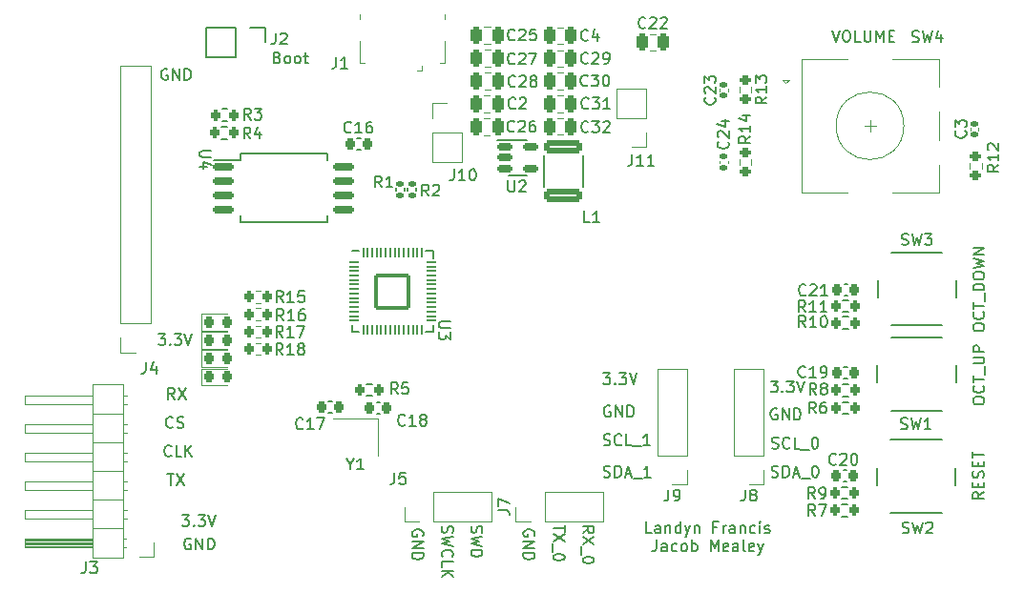
<source format=gto>
G04 #@! TF.GenerationSoftware,KiCad,Pcbnew,6.0.6-3a73a75311~116~ubuntu20.04.1*
G04 #@! TF.CreationDate,2022-09-29T13:10:37-04:00*
G04 #@! TF.ProjectId,powerboard,706f7765-7262-46f6-9172-642e6b696361,rev?*
G04 #@! TF.SameCoordinates,Original*
G04 #@! TF.FileFunction,Legend,Top*
G04 #@! TF.FilePolarity,Positive*
%FSLAX46Y46*%
G04 Gerber Fmt 4.6, Leading zero omitted, Abs format (unit mm)*
G04 Created by KiCad (PCBNEW 6.0.6-3a73a75311~116~ubuntu20.04.1) date 2022-09-29 13:10:37*
%MOMM*%
%LPD*%
G01*
G04 APERTURE LIST*
G04 Aperture macros list*
%AMRoundRect*
0 Rectangle with rounded corners*
0 $1 Rounding radius*
0 $2 $3 $4 $5 $6 $7 $8 $9 X,Y pos of 4 corners*
0 Add a 4 corners polygon primitive as box body*
4,1,4,$2,$3,$4,$5,$6,$7,$8,$9,$2,$3,0*
0 Add four circle primitives for the rounded corners*
1,1,$1+$1,$2,$3*
1,1,$1+$1,$4,$5*
1,1,$1+$1,$6,$7*
1,1,$1+$1,$8,$9*
0 Add four rect primitives between the rounded corners*
20,1,$1+$1,$2,$3,$4,$5,0*
20,1,$1+$1,$4,$5,$6,$7,0*
20,1,$1+$1,$6,$7,$8,$9,0*
20,1,$1+$1,$8,$9,$2,$3,0*%
G04 Aperture macros list end*
%ADD10C,0.150000*%
%ADD11C,0.200000*%
%ADD12C,0.120000*%
%ADD13C,2.000000*%
%ADD14RoundRect,0.200000X0.200000X0.275000X-0.200000X0.275000X-0.200000X-0.275000X0.200000X-0.275000X0*%
%ADD15R,1.700000X1.700000*%
%ADD16O,1.700000X1.700000*%
%ADD17R,0.400000X1.350000*%
%ADD18O,0.890000X1.550000*%
%ADD19R,1.500000X1.550000*%
%ADD20R,1.200000X1.550000*%
%ADD21O,1.250000X0.950000*%
%ADD22RoundRect,0.225000X0.225000X0.250000X-0.225000X0.250000X-0.225000X-0.250000X0.225000X-0.250000X0*%
%ADD23RoundRect,0.250000X-0.250000X-0.475000X0.250000X-0.475000X0.250000X0.475000X-0.250000X0.475000X0*%
%ADD24RoundRect,0.250000X0.250000X0.475000X-0.250000X0.475000X-0.250000X-0.475000X0.250000X-0.475000X0*%
%ADD25RoundRect,0.225000X-0.225000X-0.250000X0.225000X-0.250000X0.225000X0.250000X-0.225000X0.250000X0*%
%ADD26RoundRect,0.218750X-0.218750X-0.256250X0.218750X-0.256250X0.218750X0.256250X-0.218750X0.256250X0*%
%ADD27RoundRect,0.200000X-0.200000X-0.275000X0.200000X-0.275000X0.200000X0.275000X-0.200000X0.275000X0*%
%ADD28RoundRect,0.140000X0.170000X-0.140000X0.170000X0.140000X-0.170000X0.140000X-0.170000X-0.140000X0*%
%ADD29RoundRect,0.200000X-0.275000X0.200000X-0.275000X-0.200000X0.275000X-0.200000X0.275000X0.200000X0*%
%ADD30RoundRect,0.140000X-0.170000X0.140000X-0.170000X-0.140000X0.170000X-0.140000X0.170000X0.140000X0*%
%ADD31RoundRect,0.150000X-0.512500X-0.150000X0.512500X-0.150000X0.512500X0.150000X-0.512500X0.150000X0*%
%ADD32R,2.000000X2.000000*%
%ADD33R,3.200000X2.000000*%
%ADD34RoundRect,0.150000X-0.750000X-0.150000X0.750000X-0.150000X0.750000X0.150000X-0.750000X0.150000X0*%
%ADD35R,1.400000X1.200000*%
%ADD36RoundRect,0.135000X0.185000X-0.135000X0.185000X0.135000X-0.185000X0.135000X-0.185000X-0.135000X0*%
%ADD37RoundRect,0.200000X0.275000X-0.200000X0.275000X0.200000X-0.275000X0.200000X-0.275000X-0.200000X0*%
%ADD38RoundRect,0.050000X-0.387500X-0.050000X0.387500X-0.050000X0.387500X0.050000X-0.387500X0.050000X0*%
%ADD39RoundRect,0.050000X-0.050000X-0.387500X0.050000X-0.387500X0.050000X0.387500X-0.050000X0.387500X0*%
%ADD40RoundRect,0.144000X-1.456000X-1.456000X1.456000X-1.456000X1.456000X1.456000X-1.456000X1.456000X0*%
%ADD41RoundRect,0.250000X1.450000X-0.312500X1.450000X0.312500X-1.450000X0.312500X-1.450000X-0.312500X0*%
G04 APERTURE END LIST*
D10*
X55753095Y-20124800D02*
X55657857Y-20077180D01*
X55515000Y-20077180D01*
X55372142Y-20124800D01*
X55276904Y-20220038D01*
X55229285Y-20315276D01*
X55181666Y-20505752D01*
X55181666Y-20648609D01*
X55229285Y-20839085D01*
X55276904Y-20934323D01*
X55372142Y-21029561D01*
X55515000Y-21077180D01*
X55610238Y-21077180D01*
X55753095Y-21029561D01*
X55800714Y-20981942D01*
X55800714Y-20648609D01*
X55610238Y-20648609D01*
X56229285Y-21077180D02*
X56229285Y-20077180D01*
X56800714Y-21077180D01*
X56800714Y-20077180D01*
X57276904Y-21077180D02*
X57276904Y-20077180D01*
X57515000Y-20077180D01*
X57657857Y-20124800D01*
X57753095Y-20220038D01*
X57800714Y-20315276D01*
X57848333Y-20505752D01*
X57848333Y-20648609D01*
X57800714Y-20839085D01*
X57753095Y-20934323D01*
X57657857Y-21029561D01*
X57515000Y-21077180D01*
X57276904Y-21077180D01*
X56221333Y-51893742D02*
X56173714Y-51941361D01*
X56030857Y-51988980D01*
X55935619Y-51988980D01*
X55792761Y-51941361D01*
X55697523Y-51846123D01*
X55649904Y-51750885D01*
X55602285Y-51560409D01*
X55602285Y-51417552D01*
X55649904Y-51227076D01*
X55697523Y-51131838D01*
X55792761Y-51036600D01*
X55935619Y-50988980D01*
X56030857Y-50988980D01*
X56173714Y-51036600D01*
X56221333Y-51084219D01*
X56602285Y-51941361D02*
X56745142Y-51988980D01*
X56983238Y-51988980D01*
X57078476Y-51941361D01*
X57126095Y-51893742D01*
X57173714Y-51798504D01*
X57173714Y-51703266D01*
X57126095Y-51608028D01*
X57078476Y-51560409D01*
X56983238Y-51512790D01*
X56792761Y-51465171D01*
X56697523Y-51417552D01*
X56649904Y-51369933D01*
X56602285Y-51274695D01*
X56602285Y-51179457D01*
X56649904Y-51084219D01*
X56697523Y-51036600D01*
X56792761Y-50988980D01*
X57030857Y-50988980D01*
X57173714Y-51036600D01*
D11*
X128188980Y-57687980D02*
X127712790Y-58021314D01*
X128188980Y-58259409D02*
X127188980Y-58259409D01*
X127188980Y-57878457D01*
X127236600Y-57783219D01*
X127284219Y-57735600D01*
X127379457Y-57687980D01*
X127522314Y-57687980D01*
X127617552Y-57735600D01*
X127665171Y-57783219D01*
X127712790Y-57878457D01*
X127712790Y-58259409D01*
X127665171Y-57259409D02*
X127665171Y-56926076D01*
X128188980Y-56783219D02*
X128188980Y-57259409D01*
X127188980Y-57259409D01*
X127188980Y-56783219D01*
X128141361Y-56402266D02*
X128188980Y-56259409D01*
X128188980Y-56021314D01*
X128141361Y-55926076D01*
X128093742Y-55878457D01*
X127998504Y-55830838D01*
X127903266Y-55830838D01*
X127808028Y-55878457D01*
X127760409Y-55926076D01*
X127712790Y-56021314D01*
X127665171Y-56211790D01*
X127617552Y-56307028D01*
X127569933Y-56354647D01*
X127474695Y-56402266D01*
X127379457Y-56402266D01*
X127284219Y-56354647D01*
X127236600Y-56307028D01*
X127188980Y-56211790D01*
X127188980Y-55973695D01*
X127236600Y-55830838D01*
X127665171Y-55402266D02*
X127665171Y-55068933D01*
X128188980Y-54926076D02*
X128188980Y-55402266D01*
X127188980Y-55402266D01*
X127188980Y-54926076D01*
X127188980Y-54640361D02*
X127188980Y-54068933D01*
X128188980Y-54354647D02*
X127188980Y-54354647D01*
D10*
X54937209Y-43622980D02*
X55556257Y-43622980D01*
X55222923Y-44003933D01*
X55365780Y-44003933D01*
X55461019Y-44051552D01*
X55508638Y-44099171D01*
X55556257Y-44194409D01*
X55556257Y-44432504D01*
X55508638Y-44527742D01*
X55461019Y-44575361D01*
X55365780Y-44622980D01*
X55080066Y-44622980D01*
X54984828Y-44575361D01*
X54937209Y-44527742D01*
X55984828Y-44527742D02*
X56032447Y-44575361D01*
X55984828Y-44622980D01*
X55937209Y-44575361D01*
X55984828Y-44527742D01*
X55984828Y-44622980D01*
X56365780Y-43622980D02*
X56984828Y-43622980D01*
X56651495Y-44003933D01*
X56794352Y-44003933D01*
X56889590Y-44051552D01*
X56937209Y-44099171D01*
X56984828Y-44194409D01*
X56984828Y-44432504D01*
X56937209Y-44527742D01*
X56889590Y-44575361D01*
X56794352Y-44622980D01*
X56508638Y-44622980D01*
X56413400Y-44575361D01*
X56365780Y-44527742D01*
X57270542Y-43622980D02*
X57603876Y-44622980D01*
X57937209Y-43622980D01*
X56097561Y-54433742D02*
X56049942Y-54481361D01*
X55907085Y-54528980D01*
X55811847Y-54528980D01*
X55668990Y-54481361D01*
X55573752Y-54386123D01*
X55526133Y-54290885D01*
X55478514Y-54100409D01*
X55478514Y-53957552D01*
X55526133Y-53767076D01*
X55573752Y-53671838D01*
X55668990Y-53576600D01*
X55811847Y-53528980D01*
X55907085Y-53528980D01*
X56049942Y-53576600D01*
X56097561Y-53624219D01*
X57002323Y-54528980D02*
X56526133Y-54528980D01*
X56526133Y-53528980D01*
X57335657Y-54528980D02*
X57335657Y-53528980D01*
X57907085Y-54528980D02*
X57478514Y-53957552D01*
X57907085Y-53528980D02*
X57335657Y-54100409D01*
X109385266Y-53770161D02*
X109528124Y-53817780D01*
X109766219Y-53817780D01*
X109861457Y-53770161D01*
X109909076Y-53722542D01*
X109956695Y-53627304D01*
X109956695Y-53532066D01*
X109909076Y-53436828D01*
X109861457Y-53389209D01*
X109766219Y-53341590D01*
X109575743Y-53293971D01*
X109480505Y-53246352D01*
X109432886Y-53198733D01*
X109385266Y-53103495D01*
X109385266Y-53008257D01*
X109432886Y-52913019D01*
X109480505Y-52865400D01*
X109575743Y-52817780D01*
X109813838Y-52817780D01*
X109956695Y-52865400D01*
X110956695Y-53722542D02*
X110909076Y-53770161D01*
X110766219Y-53817780D01*
X110670981Y-53817780D01*
X110528124Y-53770161D01*
X110432886Y-53674923D01*
X110385266Y-53579685D01*
X110337647Y-53389209D01*
X110337647Y-53246352D01*
X110385266Y-53055876D01*
X110432886Y-52960638D01*
X110528124Y-52865400D01*
X110670981Y-52817780D01*
X110766219Y-52817780D01*
X110909076Y-52865400D01*
X110956695Y-52913019D01*
X111861457Y-53817780D02*
X111385266Y-53817780D01*
X111385266Y-52817780D01*
X111956695Y-53913019D02*
X112718600Y-53913019D01*
X113147171Y-52817780D02*
X113242409Y-52817780D01*
X113337647Y-52865400D01*
X113385266Y-52913019D01*
X113432886Y-53008257D01*
X113480505Y-53198733D01*
X113480505Y-53436828D01*
X113432886Y-53627304D01*
X113385266Y-53722542D01*
X113337647Y-53770161D01*
X113242409Y-53817780D01*
X113147171Y-53817780D01*
X113051933Y-53770161D01*
X113004314Y-53722542D01*
X112956695Y-53627304D01*
X112909076Y-53436828D01*
X112909076Y-53198733D01*
X112956695Y-53008257D01*
X113004314Y-52913019D01*
X113051933Y-52865400D01*
X113147171Y-52817780D01*
X56373733Y-49423580D02*
X56040400Y-48947390D01*
X55802304Y-49423580D02*
X55802304Y-48423580D01*
X56183257Y-48423580D01*
X56278495Y-48471200D01*
X56326114Y-48518819D01*
X56373733Y-48614057D01*
X56373733Y-48756914D01*
X56326114Y-48852152D01*
X56278495Y-48899771D01*
X56183257Y-48947390D01*
X55802304Y-48947390D01*
X56707066Y-48423580D02*
X57373733Y-49423580D01*
X57373733Y-48423580D02*
X56707066Y-49423580D01*
D11*
X127214380Y-49650352D02*
X127214380Y-49459876D01*
X127262000Y-49364638D01*
X127357238Y-49269400D01*
X127547714Y-49221780D01*
X127881047Y-49221780D01*
X128071523Y-49269400D01*
X128166761Y-49364638D01*
X128214380Y-49459876D01*
X128214380Y-49650352D01*
X128166761Y-49745590D01*
X128071523Y-49840828D01*
X127881047Y-49888447D01*
X127547714Y-49888447D01*
X127357238Y-49840828D01*
X127262000Y-49745590D01*
X127214380Y-49650352D01*
X128119142Y-48221780D02*
X128166761Y-48269400D01*
X128214380Y-48412257D01*
X128214380Y-48507495D01*
X128166761Y-48650352D01*
X128071523Y-48745590D01*
X127976285Y-48793209D01*
X127785809Y-48840828D01*
X127642952Y-48840828D01*
X127452476Y-48793209D01*
X127357238Y-48745590D01*
X127262000Y-48650352D01*
X127214380Y-48507495D01*
X127214380Y-48412257D01*
X127262000Y-48269400D01*
X127309619Y-48221780D01*
X127214380Y-47936066D02*
X127214380Y-47364638D01*
X128214380Y-47650352D02*
X127214380Y-47650352D01*
X128309619Y-47269400D02*
X128309619Y-46507495D01*
X127214380Y-46269400D02*
X128023904Y-46269400D01*
X128119142Y-46221780D01*
X128166761Y-46174161D01*
X128214380Y-46078923D01*
X128214380Y-45888447D01*
X128166761Y-45793209D01*
X128119142Y-45745590D01*
X128023904Y-45697971D01*
X127214380Y-45697971D01*
X128214380Y-45221780D02*
X127214380Y-45221780D01*
X127214380Y-44840828D01*
X127262000Y-44745590D01*
X127309619Y-44697971D01*
X127404857Y-44650352D01*
X127547714Y-44650352D01*
X127642952Y-44697971D01*
X127690571Y-44745590D01*
X127738190Y-44840828D01*
X127738190Y-45221780D01*
D10*
X80138638Y-60699829D02*
X80091019Y-60842686D01*
X80091019Y-61080781D01*
X80138638Y-61176019D01*
X80186257Y-61223638D01*
X80281495Y-61271257D01*
X80376733Y-61271257D01*
X80471971Y-61223638D01*
X80519590Y-61176019D01*
X80567209Y-61080781D01*
X80614828Y-60890305D01*
X80662447Y-60795067D01*
X80710066Y-60747448D01*
X80805304Y-60699829D01*
X80900542Y-60699829D01*
X80995780Y-60747448D01*
X81043400Y-60795067D01*
X81091019Y-60890305D01*
X81091019Y-61128400D01*
X81043400Y-61271257D01*
X81091019Y-61604591D02*
X80091019Y-61842686D01*
X80805304Y-62033162D01*
X80091019Y-62223638D01*
X81091019Y-62461734D01*
X80186257Y-63414114D02*
X80138638Y-63366495D01*
X80091019Y-63223638D01*
X80091019Y-63128400D01*
X80138638Y-62985543D01*
X80233876Y-62890305D01*
X80329114Y-62842686D01*
X80519590Y-62795067D01*
X80662447Y-62795067D01*
X80852923Y-62842686D01*
X80948161Y-62890305D01*
X81043400Y-62985543D01*
X81091019Y-63128400D01*
X81091019Y-63223638D01*
X81043400Y-63366495D01*
X80995780Y-63414114D01*
X80091019Y-64318876D02*
X80091019Y-63842686D01*
X81091019Y-63842686D01*
X80091019Y-64652210D02*
X81091019Y-64652210D01*
X80091019Y-65223638D02*
X80662447Y-64795067D01*
X81091019Y-65223638D02*
X80519590Y-64652210D01*
X92587819Y-61318876D02*
X93064009Y-60985543D01*
X92587819Y-60747447D02*
X93587819Y-60747447D01*
X93587819Y-61128400D01*
X93540200Y-61223638D01*
X93492580Y-61271257D01*
X93397342Y-61318876D01*
X93254485Y-61318876D01*
X93159247Y-61271257D01*
X93111628Y-61223638D01*
X93064009Y-61128400D01*
X93064009Y-60747447D01*
X93587819Y-61652209D02*
X92587819Y-62318876D01*
X93587819Y-62318876D02*
X92587819Y-61652209D01*
X92492580Y-62461733D02*
X92492580Y-63223638D01*
X93587819Y-63652209D02*
X93587819Y-63747447D01*
X93540200Y-63842686D01*
X93492580Y-63890305D01*
X93397342Y-63937924D01*
X93206866Y-63985543D01*
X92968771Y-63985543D01*
X92778295Y-63937924D01*
X92683057Y-63890305D01*
X92635438Y-63842686D01*
X92587819Y-63747447D01*
X92587819Y-63652209D01*
X92635438Y-63556971D01*
X92683057Y-63509352D01*
X92778295Y-63461733D01*
X92968771Y-63414114D01*
X93206866Y-63414114D01*
X93397342Y-63461733D01*
X93492580Y-63509352D01*
X93540200Y-63556971D01*
X93587819Y-63652209D01*
X94408809Y-47102780D02*
X95027857Y-47102780D01*
X94694523Y-47483733D01*
X94837380Y-47483733D01*
X94932619Y-47531352D01*
X94980238Y-47578971D01*
X95027857Y-47674209D01*
X95027857Y-47912304D01*
X94980238Y-48007542D01*
X94932619Y-48055161D01*
X94837380Y-48102780D01*
X94551666Y-48102780D01*
X94456428Y-48055161D01*
X94408809Y-48007542D01*
X95456428Y-48007542D02*
X95504047Y-48055161D01*
X95456428Y-48102780D01*
X95408809Y-48055161D01*
X95456428Y-48007542D01*
X95456428Y-48102780D01*
X95837380Y-47102780D02*
X96456428Y-47102780D01*
X96123095Y-47483733D01*
X96265952Y-47483733D01*
X96361190Y-47531352D01*
X96408809Y-47578971D01*
X96456428Y-47674209D01*
X96456428Y-47912304D01*
X96408809Y-48007542D01*
X96361190Y-48055161D01*
X96265952Y-48102780D01*
X95980238Y-48102780D01*
X95885000Y-48055161D01*
X95837380Y-48007542D01*
X96742142Y-47102780D02*
X97075476Y-48102780D01*
X97408809Y-47102780D01*
X109267809Y-47813980D02*
X109886857Y-47813980D01*
X109553523Y-48194933D01*
X109696380Y-48194933D01*
X109791619Y-48242552D01*
X109839238Y-48290171D01*
X109886857Y-48385409D01*
X109886857Y-48623504D01*
X109839238Y-48718742D01*
X109791619Y-48766361D01*
X109696380Y-48813980D01*
X109410666Y-48813980D01*
X109315428Y-48766361D01*
X109267809Y-48718742D01*
X110315428Y-48718742D02*
X110363047Y-48766361D01*
X110315428Y-48813980D01*
X110267809Y-48766361D01*
X110315428Y-48718742D01*
X110315428Y-48813980D01*
X110696380Y-47813980D02*
X111315428Y-47813980D01*
X110982095Y-48194933D01*
X111124952Y-48194933D01*
X111220190Y-48242552D01*
X111267809Y-48290171D01*
X111315428Y-48385409D01*
X111315428Y-48623504D01*
X111267809Y-48718742D01*
X111220190Y-48766361D01*
X111124952Y-48813980D01*
X110839238Y-48813980D01*
X110744000Y-48766361D01*
X110696380Y-48718742D01*
X111601142Y-47813980D02*
X111934476Y-48813980D01*
X112267809Y-47813980D01*
D11*
X98706609Y-61318580D02*
X98230419Y-61318580D01*
X98230419Y-60318580D01*
X99468514Y-61318580D02*
X99468514Y-60794771D01*
X99420895Y-60699533D01*
X99325657Y-60651914D01*
X99135180Y-60651914D01*
X99039942Y-60699533D01*
X99468514Y-61270961D02*
X99373276Y-61318580D01*
X99135180Y-61318580D01*
X99039942Y-61270961D01*
X98992323Y-61175723D01*
X98992323Y-61080485D01*
X99039942Y-60985247D01*
X99135180Y-60937628D01*
X99373276Y-60937628D01*
X99468514Y-60890009D01*
X99944704Y-60651914D02*
X99944704Y-61318580D01*
X99944704Y-60747152D02*
X99992323Y-60699533D01*
X100087561Y-60651914D01*
X100230419Y-60651914D01*
X100325657Y-60699533D01*
X100373276Y-60794771D01*
X100373276Y-61318580D01*
X101278038Y-61318580D02*
X101278038Y-60318580D01*
X101278038Y-61270961D02*
X101182800Y-61318580D01*
X100992323Y-61318580D01*
X100897085Y-61270961D01*
X100849466Y-61223342D01*
X100801847Y-61128104D01*
X100801847Y-60842390D01*
X100849466Y-60747152D01*
X100897085Y-60699533D01*
X100992323Y-60651914D01*
X101182800Y-60651914D01*
X101278038Y-60699533D01*
X101658990Y-60651914D02*
X101897085Y-61318580D01*
X102135180Y-60651914D02*
X101897085Y-61318580D01*
X101801847Y-61556676D01*
X101754228Y-61604295D01*
X101658990Y-61651914D01*
X102516133Y-60651914D02*
X102516133Y-61318580D01*
X102516133Y-60747152D02*
X102563752Y-60699533D01*
X102658990Y-60651914D01*
X102801847Y-60651914D01*
X102897085Y-60699533D01*
X102944704Y-60794771D01*
X102944704Y-61318580D01*
X104516133Y-60794771D02*
X104182800Y-60794771D01*
X104182800Y-61318580D02*
X104182800Y-60318580D01*
X104658990Y-60318580D01*
X105039942Y-61318580D02*
X105039942Y-60651914D01*
X105039942Y-60842390D02*
X105087561Y-60747152D01*
X105135180Y-60699533D01*
X105230419Y-60651914D01*
X105325657Y-60651914D01*
X106087561Y-61318580D02*
X106087561Y-60794771D01*
X106039942Y-60699533D01*
X105944704Y-60651914D01*
X105754228Y-60651914D01*
X105658990Y-60699533D01*
X106087561Y-61270961D02*
X105992323Y-61318580D01*
X105754228Y-61318580D01*
X105658990Y-61270961D01*
X105611371Y-61175723D01*
X105611371Y-61080485D01*
X105658990Y-60985247D01*
X105754228Y-60937628D01*
X105992323Y-60937628D01*
X106087561Y-60890009D01*
X106563752Y-60651914D02*
X106563752Y-61318580D01*
X106563752Y-60747152D02*
X106611371Y-60699533D01*
X106706609Y-60651914D01*
X106849466Y-60651914D01*
X106944704Y-60699533D01*
X106992323Y-60794771D01*
X106992323Y-61318580D01*
X107897085Y-61270961D02*
X107801847Y-61318580D01*
X107611371Y-61318580D01*
X107516133Y-61270961D01*
X107468514Y-61223342D01*
X107420895Y-61128104D01*
X107420895Y-60842390D01*
X107468514Y-60747152D01*
X107516133Y-60699533D01*
X107611371Y-60651914D01*
X107801847Y-60651914D01*
X107897085Y-60699533D01*
X108325657Y-61318580D02*
X108325657Y-60651914D01*
X108325657Y-60318580D02*
X108278038Y-60366200D01*
X108325657Y-60413819D01*
X108373276Y-60366200D01*
X108325657Y-60318580D01*
X108325657Y-60413819D01*
X108754228Y-61270961D02*
X108849466Y-61318580D01*
X109039942Y-61318580D01*
X109135180Y-61270961D01*
X109182800Y-61175723D01*
X109182800Y-61128104D01*
X109135180Y-61032866D01*
X109039942Y-60985247D01*
X108897085Y-60985247D01*
X108801847Y-60937628D01*
X108754228Y-60842390D01*
X108754228Y-60794771D01*
X108801847Y-60699533D01*
X108897085Y-60651914D01*
X109039942Y-60651914D01*
X109135180Y-60699533D01*
X99135180Y-61928580D02*
X99135180Y-62642866D01*
X99087561Y-62785723D01*
X98992323Y-62880961D01*
X98849466Y-62928580D01*
X98754228Y-62928580D01*
X100039942Y-62928580D02*
X100039942Y-62404771D01*
X99992323Y-62309533D01*
X99897085Y-62261914D01*
X99706609Y-62261914D01*
X99611371Y-62309533D01*
X100039942Y-62880961D02*
X99944704Y-62928580D01*
X99706609Y-62928580D01*
X99611371Y-62880961D01*
X99563752Y-62785723D01*
X99563752Y-62690485D01*
X99611371Y-62595247D01*
X99706609Y-62547628D01*
X99944704Y-62547628D01*
X100039942Y-62500009D01*
X100944704Y-62880961D02*
X100849466Y-62928580D01*
X100658990Y-62928580D01*
X100563752Y-62880961D01*
X100516133Y-62833342D01*
X100468514Y-62738104D01*
X100468514Y-62452390D01*
X100516133Y-62357152D01*
X100563752Y-62309533D01*
X100658990Y-62261914D01*
X100849466Y-62261914D01*
X100944704Y-62309533D01*
X101516133Y-62928580D02*
X101420895Y-62880961D01*
X101373276Y-62833342D01*
X101325657Y-62738104D01*
X101325657Y-62452390D01*
X101373276Y-62357152D01*
X101420895Y-62309533D01*
X101516133Y-62261914D01*
X101658990Y-62261914D01*
X101754228Y-62309533D01*
X101801847Y-62357152D01*
X101849466Y-62452390D01*
X101849466Y-62738104D01*
X101801847Y-62833342D01*
X101754228Y-62880961D01*
X101658990Y-62928580D01*
X101516133Y-62928580D01*
X102278038Y-62928580D02*
X102278038Y-61928580D01*
X102278038Y-62309533D02*
X102373276Y-62261914D01*
X102563752Y-62261914D01*
X102658990Y-62309533D01*
X102706609Y-62357152D01*
X102754228Y-62452390D01*
X102754228Y-62738104D01*
X102706609Y-62833342D01*
X102658990Y-62880961D01*
X102563752Y-62928580D01*
X102373276Y-62928580D01*
X102278038Y-62880961D01*
X103944704Y-62928580D02*
X103944704Y-61928580D01*
X104278038Y-62642866D01*
X104611371Y-61928580D01*
X104611371Y-62928580D01*
X105468514Y-62880961D02*
X105373276Y-62928580D01*
X105182800Y-62928580D01*
X105087561Y-62880961D01*
X105039942Y-62785723D01*
X105039942Y-62404771D01*
X105087561Y-62309533D01*
X105182800Y-62261914D01*
X105373276Y-62261914D01*
X105468514Y-62309533D01*
X105516133Y-62404771D01*
X105516133Y-62500009D01*
X105039942Y-62595247D01*
X106373276Y-62928580D02*
X106373276Y-62404771D01*
X106325657Y-62309533D01*
X106230419Y-62261914D01*
X106039942Y-62261914D01*
X105944704Y-62309533D01*
X106373276Y-62880961D02*
X106278038Y-62928580D01*
X106039942Y-62928580D01*
X105944704Y-62880961D01*
X105897085Y-62785723D01*
X105897085Y-62690485D01*
X105944704Y-62595247D01*
X106039942Y-62547628D01*
X106278038Y-62547628D01*
X106373276Y-62500009D01*
X106992323Y-62928580D02*
X106897085Y-62880961D01*
X106849466Y-62785723D01*
X106849466Y-61928580D01*
X107754228Y-62880961D02*
X107658990Y-62928580D01*
X107468514Y-62928580D01*
X107373276Y-62880961D01*
X107325657Y-62785723D01*
X107325657Y-62404771D01*
X107373276Y-62309533D01*
X107468514Y-62261914D01*
X107658990Y-62261914D01*
X107754228Y-62309533D01*
X107801847Y-62404771D01*
X107801847Y-62500009D01*
X107325657Y-62595247D01*
X108135180Y-62261914D02*
X108373276Y-62928580D01*
X108611371Y-62261914D02*
X108373276Y-62928580D01*
X108278038Y-63166676D01*
X108230419Y-63214295D01*
X108135180Y-63261914D01*
D10*
X90997019Y-60604590D02*
X90997019Y-61176018D01*
X89997019Y-60890304D02*
X90997019Y-60890304D01*
X90997019Y-61414114D02*
X89997019Y-62080780D01*
X90997019Y-62080780D02*
X89997019Y-61414114D01*
X89901780Y-62223638D02*
X89901780Y-62985542D01*
X90997019Y-63414114D02*
X90997019Y-63509352D01*
X90949400Y-63604590D01*
X90901780Y-63652209D01*
X90806542Y-63699828D01*
X90616066Y-63747447D01*
X90377971Y-63747447D01*
X90187495Y-63699828D01*
X90092257Y-63652209D01*
X90044638Y-63604590D01*
X89997019Y-63509352D01*
X89997019Y-63414114D01*
X90044638Y-63318876D01*
X90092257Y-63271257D01*
X90187495Y-63223638D01*
X90377971Y-63176018D01*
X90616066Y-63176018D01*
X90806542Y-63223638D01*
X90901780Y-63271257D01*
X90949400Y-63318876D01*
X90997019Y-63414114D01*
X82729438Y-60699829D02*
X82681819Y-60842686D01*
X82681819Y-61080781D01*
X82729438Y-61176019D01*
X82777057Y-61223638D01*
X82872295Y-61271257D01*
X82967533Y-61271257D01*
X83062771Y-61223638D01*
X83110390Y-61176019D01*
X83158009Y-61080781D01*
X83205628Y-60890305D01*
X83253247Y-60795067D01*
X83300866Y-60747448D01*
X83396104Y-60699829D01*
X83491342Y-60699829D01*
X83586580Y-60747448D01*
X83634200Y-60795067D01*
X83681819Y-60890305D01*
X83681819Y-61128400D01*
X83634200Y-61271257D01*
X83681819Y-61604591D02*
X82681819Y-61842686D01*
X83396104Y-62033162D01*
X82681819Y-62223638D01*
X83681819Y-62461733D01*
X82681819Y-62842686D02*
X83681819Y-62842686D01*
X83681819Y-63080781D01*
X83634200Y-63223638D01*
X83538961Y-63318876D01*
X83443723Y-63366495D01*
X83253247Y-63414114D01*
X83110390Y-63414114D01*
X82919914Y-63366495D01*
X82824676Y-63318876D01*
X82729438Y-63223638D01*
X82681819Y-63080781D01*
X82681819Y-62842686D01*
D11*
X127214380Y-43125590D02*
X127214380Y-42935114D01*
X127262000Y-42839876D01*
X127357238Y-42744638D01*
X127547714Y-42697019D01*
X127881047Y-42697019D01*
X128071523Y-42744638D01*
X128166761Y-42839876D01*
X128214380Y-42935114D01*
X128214380Y-43125590D01*
X128166761Y-43220828D01*
X128071523Y-43316066D01*
X127881047Y-43363685D01*
X127547714Y-43363685D01*
X127357238Y-43316066D01*
X127262000Y-43220828D01*
X127214380Y-43125590D01*
X128119142Y-41697019D02*
X128166761Y-41744638D01*
X128214380Y-41887495D01*
X128214380Y-41982733D01*
X128166761Y-42125590D01*
X128071523Y-42220828D01*
X127976285Y-42268447D01*
X127785809Y-42316066D01*
X127642952Y-42316066D01*
X127452476Y-42268447D01*
X127357238Y-42220828D01*
X127262000Y-42125590D01*
X127214380Y-41982733D01*
X127214380Y-41887495D01*
X127262000Y-41744638D01*
X127309619Y-41697019D01*
X127214380Y-41411304D02*
X127214380Y-40839876D01*
X128214380Y-41125590D02*
X127214380Y-41125590D01*
X128309619Y-40744638D02*
X128309619Y-39982733D01*
X128214380Y-39744638D02*
X127214380Y-39744638D01*
X127214380Y-39506542D01*
X127262000Y-39363685D01*
X127357238Y-39268447D01*
X127452476Y-39220828D01*
X127642952Y-39173209D01*
X127785809Y-39173209D01*
X127976285Y-39220828D01*
X128071523Y-39268447D01*
X128166761Y-39363685D01*
X128214380Y-39506542D01*
X128214380Y-39744638D01*
X127214380Y-38554161D02*
X127214380Y-38363685D01*
X127262000Y-38268447D01*
X127357238Y-38173209D01*
X127547714Y-38125590D01*
X127881047Y-38125590D01*
X128071523Y-38173209D01*
X128166761Y-38268447D01*
X128214380Y-38363685D01*
X128214380Y-38554161D01*
X128166761Y-38649400D01*
X128071523Y-38744638D01*
X127881047Y-38792257D01*
X127547714Y-38792257D01*
X127357238Y-38744638D01*
X127262000Y-38649400D01*
X127214380Y-38554161D01*
X127214380Y-37792257D02*
X128214380Y-37554161D01*
X127500095Y-37363685D01*
X128214380Y-37173209D01*
X127214380Y-36935114D01*
X128214380Y-36554161D02*
X127214380Y-36554161D01*
X128214380Y-35982733D01*
X127214380Y-35982733D01*
D10*
X94456428Y-53490761D02*
X94599286Y-53538380D01*
X94837381Y-53538380D01*
X94932619Y-53490761D01*
X94980238Y-53443142D01*
X95027857Y-53347904D01*
X95027857Y-53252666D01*
X94980238Y-53157428D01*
X94932619Y-53109809D01*
X94837381Y-53062190D01*
X94646905Y-53014571D01*
X94551667Y-52966952D01*
X94504048Y-52919333D01*
X94456428Y-52824095D01*
X94456428Y-52728857D01*
X94504048Y-52633619D01*
X94551667Y-52586000D01*
X94646905Y-52538380D01*
X94885000Y-52538380D01*
X95027857Y-52586000D01*
X96027857Y-53443142D02*
X95980238Y-53490761D01*
X95837381Y-53538380D01*
X95742143Y-53538380D01*
X95599286Y-53490761D01*
X95504048Y-53395523D01*
X95456428Y-53300285D01*
X95408809Y-53109809D01*
X95408809Y-52966952D01*
X95456428Y-52776476D01*
X95504048Y-52681238D01*
X95599286Y-52586000D01*
X95742143Y-52538380D01*
X95837381Y-52538380D01*
X95980238Y-52586000D01*
X96027857Y-52633619D01*
X96932619Y-53538380D02*
X96456428Y-53538380D01*
X96456428Y-52538380D01*
X97027857Y-53633619D02*
X97789762Y-53633619D01*
X98551667Y-53538380D02*
X97980238Y-53538380D01*
X98265952Y-53538380D02*
X98265952Y-52538380D01*
X98170714Y-52681238D01*
X98075476Y-52776476D01*
X97980238Y-52824095D01*
X57045409Y-59701180D02*
X57664457Y-59701180D01*
X57331123Y-60082133D01*
X57473980Y-60082133D01*
X57569219Y-60129752D01*
X57616838Y-60177371D01*
X57664457Y-60272609D01*
X57664457Y-60510704D01*
X57616838Y-60605942D01*
X57569219Y-60653561D01*
X57473980Y-60701180D01*
X57188266Y-60701180D01*
X57093028Y-60653561D01*
X57045409Y-60605942D01*
X58093028Y-60605942D02*
X58140647Y-60653561D01*
X58093028Y-60701180D01*
X58045409Y-60653561D01*
X58093028Y-60605942D01*
X58093028Y-60701180D01*
X58473980Y-59701180D02*
X59093028Y-59701180D01*
X58759695Y-60082133D01*
X58902552Y-60082133D01*
X58997790Y-60129752D01*
X59045409Y-60177371D01*
X59093028Y-60272609D01*
X59093028Y-60510704D01*
X59045409Y-60605942D01*
X58997790Y-60653561D01*
X58902552Y-60701180D01*
X58616838Y-60701180D01*
X58521600Y-60653561D01*
X58473980Y-60605942D01*
X59378742Y-59701180D02*
X59712076Y-60701180D01*
X60045409Y-59701180D01*
X109829695Y-50300000D02*
X109734457Y-50252380D01*
X109591600Y-50252380D01*
X109448742Y-50300000D01*
X109353504Y-50395238D01*
X109305885Y-50490476D01*
X109258266Y-50680952D01*
X109258266Y-50823809D01*
X109305885Y-51014285D01*
X109353504Y-51109523D01*
X109448742Y-51204761D01*
X109591600Y-51252380D01*
X109686838Y-51252380D01*
X109829695Y-51204761D01*
X109877314Y-51157142D01*
X109877314Y-50823809D01*
X109686838Y-50823809D01*
X110305885Y-51252380D02*
X110305885Y-50252380D01*
X110877314Y-51252380D01*
X110877314Y-50252380D01*
X111353504Y-51252380D02*
X111353504Y-50252380D01*
X111591600Y-50252380D01*
X111734457Y-50300000D01*
X111829695Y-50395238D01*
X111877314Y-50490476D01*
X111924933Y-50680952D01*
X111924933Y-50823809D01*
X111877314Y-51014285D01*
X111829695Y-51109523D01*
X111734457Y-51204761D01*
X111591600Y-51252380D01*
X111353504Y-51252380D01*
X95027857Y-50046000D02*
X94932619Y-49998380D01*
X94789762Y-49998380D01*
X94646904Y-50046000D01*
X94551666Y-50141238D01*
X94504047Y-50236476D01*
X94456428Y-50426952D01*
X94456428Y-50569809D01*
X94504047Y-50760285D01*
X94551666Y-50855523D01*
X94646904Y-50950761D01*
X94789762Y-50998380D01*
X94885000Y-50998380D01*
X95027857Y-50950761D01*
X95075476Y-50903142D01*
X95075476Y-50569809D01*
X94885000Y-50569809D01*
X95504047Y-50998380D02*
X95504047Y-49998380D01*
X96075476Y-50998380D01*
X96075476Y-49998380D01*
X96551666Y-50998380D02*
X96551666Y-49998380D01*
X96789762Y-49998380D01*
X96932619Y-50046000D01*
X97027857Y-50141238D01*
X97075476Y-50236476D01*
X97123095Y-50426952D01*
X97123095Y-50569809D01*
X97075476Y-50760285D01*
X97027857Y-50855523D01*
X96932619Y-50950761D01*
X96789762Y-50998380D01*
X96551666Y-50998380D01*
X57810495Y-61831600D02*
X57715257Y-61783980D01*
X57572400Y-61783980D01*
X57429542Y-61831600D01*
X57334304Y-61926838D01*
X57286685Y-62022076D01*
X57239066Y-62212552D01*
X57239066Y-62355409D01*
X57286685Y-62545885D01*
X57334304Y-62641123D01*
X57429542Y-62736361D01*
X57572400Y-62783980D01*
X57667638Y-62783980D01*
X57810495Y-62736361D01*
X57858114Y-62688742D01*
X57858114Y-62355409D01*
X57667638Y-62355409D01*
X58286685Y-62783980D02*
X58286685Y-61783980D01*
X58858114Y-62783980D01*
X58858114Y-61783980D01*
X59334304Y-62783980D02*
X59334304Y-61783980D01*
X59572400Y-61783980D01*
X59715257Y-61831600D01*
X59810495Y-61926838D01*
X59858114Y-62022076D01*
X59905733Y-62212552D01*
X59905733Y-62355409D01*
X59858114Y-62545885D01*
X59810495Y-62641123D01*
X59715257Y-62736361D01*
X59572400Y-62783980D01*
X59334304Y-62783980D01*
X109358371Y-56310161D02*
X109501228Y-56357780D01*
X109739323Y-56357780D01*
X109834561Y-56310161D01*
X109882180Y-56262542D01*
X109929800Y-56167304D01*
X109929800Y-56072066D01*
X109882180Y-55976828D01*
X109834561Y-55929209D01*
X109739323Y-55881590D01*
X109548847Y-55833971D01*
X109453609Y-55786352D01*
X109405990Y-55738733D01*
X109358371Y-55643495D01*
X109358371Y-55548257D01*
X109405990Y-55453019D01*
X109453609Y-55405400D01*
X109548847Y-55357780D01*
X109786942Y-55357780D01*
X109929800Y-55405400D01*
X110358371Y-56357780D02*
X110358371Y-55357780D01*
X110596466Y-55357780D01*
X110739323Y-55405400D01*
X110834561Y-55500638D01*
X110882180Y-55595876D01*
X110929800Y-55786352D01*
X110929800Y-55929209D01*
X110882180Y-56119685D01*
X110834561Y-56214923D01*
X110739323Y-56310161D01*
X110596466Y-56357780D01*
X110358371Y-56357780D01*
X111310752Y-56072066D02*
X111786942Y-56072066D01*
X111215514Y-56357780D02*
X111548847Y-55357780D01*
X111882180Y-56357780D01*
X111977419Y-56453019D02*
X112739323Y-56453019D01*
X113167895Y-55357780D02*
X113263133Y-55357780D01*
X113358371Y-55405400D01*
X113405990Y-55453019D01*
X113453609Y-55548257D01*
X113501228Y-55738733D01*
X113501228Y-55976828D01*
X113453609Y-56167304D01*
X113405990Y-56262542D01*
X113358371Y-56310161D01*
X113263133Y-56357780D01*
X113167895Y-56357780D01*
X113072657Y-56310161D01*
X113025038Y-56262542D01*
X112977419Y-56167304D01*
X112929800Y-55976828D01*
X112929800Y-55738733D01*
X112977419Y-55548257D01*
X113025038Y-55453019D01*
X113072657Y-55405400D01*
X113167895Y-55357780D01*
X78401800Y-61569695D02*
X78449419Y-61474457D01*
X78449419Y-61331600D01*
X78401800Y-61188742D01*
X78306561Y-61093504D01*
X78211323Y-61045885D01*
X78020847Y-60998266D01*
X77877990Y-60998266D01*
X77687514Y-61045885D01*
X77592276Y-61093504D01*
X77497038Y-61188742D01*
X77449419Y-61331600D01*
X77449419Y-61426838D01*
X77497038Y-61569695D01*
X77544657Y-61617314D01*
X77877990Y-61617314D01*
X77877990Y-61426838D01*
X77449419Y-62045885D02*
X78449419Y-62045885D01*
X77449419Y-62617314D01*
X78449419Y-62617314D01*
X77449419Y-63093504D02*
X78449419Y-63093504D01*
X78449419Y-63331600D01*
X78401800Y-63474457D01*
X78306561Y-63569695D01*
X78211323Y-63617314D01*
X78020847Y-63664933D01*
X77877990Y-63664933D01*
X77687514Y-63617314D01*
X77592276Y-63569695D01*
X77497038Y-63474457D01*
X77449419Y-63331600D01*
X77449419Y-63093504D01*
X88282400Y-61569695D02*
X88330019Y-61474457D01*
X88330019Y-61331600D01*
X88282400Y-61188742D01*
X88187161Y-61093504D01*
X88091923Y-61045885D01*
X87901447Y-60998266D01*
X87758590Y-60998266D01*
X87568114Y-61045885D01*
X87472876Y-61093504D01*
X87377638Y-61188742D01*
X87330019Y-61331600D01*
X87330019Y-61426838D01*
X87377638Y-61569695D01*
X87425257Y-61617314D01*
X87758590Y-61617314D01*
X87758590Y-61426838D01*
X87330019Y-62045885D02*
X88330019Y-62045885D01*
X87330019Y-62617314D01*
X88330019Y-62617314D01*
X87330019Y-63093504D02*
X88330019Y-63093504D01*
X88330019Y-63331600D01*
X88282400Y-63474457D01*
X88187161Y-63569695D01*
X88091923Y-63617314D01*
X87901447Y-63664933D01*
X87758590Y-63664933D01*
X87568114Y-63617314D01*
X87472876Y-63569695D01*
X87377638Y-63474457D01*
X87330019Y-63331600D01*
X87330019Y-63093504D01*
X94456429Y-56310161D02*
X94599286Y-56357780D01*
X94837381Y-56357780D01*
X94932619Y-56310161D01*
X94980238Y-56262542D01*
X95027858Y-56167304D01*
X95027858Y-56072066D01*
X94980238Y-55976828D01*
X94932619Y-55929209D01*
X94837381Y-55881590D01*
X94646905Y-55833971D01*
X94551667Y-55786352D01*
X94504048Y-55738733D01*
X94456429Y-55643495D01*
X94456429Y-55548257D01*
X94504048Y-55453019D01*
X94551667Y-55405400D01*
X94646905Y-55357780D01*
X94885000Y-55357780D01*
X95027858Y-55405400D01*
X95456429Y-56357780D02*
X95456429Y-55357780D01*
X95694524Y-55357780D01*
X95837381Y-55405400D01*
X95932619Y-55500638D01*
X95980238Y-55595876D01*
X96027858Y-55786352D01*
X96027858Y-55929209D01*
X95980238Y-56119685D01*
X95932619Y-56214923D01*
X95837381Y-56310161D01*
X95694524Y-56357780D01*
X95456429Y-56357780D01*
X96408810Y-56072066D02*
X96885000Y-56072066D01*
X96313572Y-56357780D02*
X96646905Y-55357780D01*
X96980238Y-56357780D01*
X97075477Y-56453019D02*
X97837381Y-56453019D01*
X98599286Y-56357780D02*
X98027858Y-56357780D01*
X98313572Y-56357780D02*
X98313572Y-55357780D01*
X98218334Y-55500638D01*
X98123096Y-55595876D01*
X98027858Y-55643495D01*
X65505152Y-19080171D02*
X65648009Y-19127790D01*
X65695628Y-19175409D01*
X65743247Y-19270647D01*
X65743247Y-19413504D01*
X65695628Y-19508742D01*
X65648009Y-19556361D01*
X65552771Y-19603980D01*
X65171819Y-19603980D01*
X65171819Y-18603980D01*
X65505152Y-18603980D01*
X65600390Y-18651600D01*
X65648009Y-18699219D01*
X65695628Y-18794457D01*
X65695628Y-18889695D01*
X65648009Y-18984933D01*
X65600390Y-19032552D01*
X65505152Y-19080171D01*
X65171819Y-19080171D01*
X66314676Y-19603980D02*
X66219438Y-19556361D01*
X66171819Y-19508742D01*
X66124200Y-19413504D01*
X66124200Y-19127790D01*
X66171819Y-19032552D01*
X66219438Y-18984933D01*
X66314676Y-18937314D01*
X66457533Y-18937314D01*
X66552771Y-18984933D01*
X66600390Y-19032552D01*
X66648009Y-19127790D01*
X66648009Y-19413504D01*
X66600390Y-19508742D01*
X66552771Y-19556361D01*
X66457533Y-19603980D01*
X66314676Y-19603980D01*
X67219438Y-19603980D02*
X67124200Y-19556361D01*
X67076580Y-19508742D01*
X67028961Y-19413504D01*
X67028961Y-19127790D01*
X67076580Y-19032552D01*
X67124200Y-18984933D01*
X67219438Y-18937314D01*
X67362295Y-18937314D01*
X67457533Y-18984933D01*
X67505152Y-19032552D01*
X67552771Y-19127790D01*
X67552771Y-19413504D01*
X67505152Y-19508742D01*
X67457533Y-19556361D01*
X67362295Y-19603980D01*
X67219438Y-19603980D01*
X67838485Y-18937314D02*
X68219438Y-18937314D01*
X67981342Y-18603980D02*
X67981342Y-19461123D01*
X68028961Y-19556361D01*
X68124200Y-19603980D01*
X68219438Y-19603980D01*
D11*
X114716276Y-16673580D02*
X115049609Y-17673580D01*
X115382942Y-16673580D01*
X115906752Y-16673580D02*
X116097228Y-16673580D01*
X116192466Y-16721200D01*
X116287704Y-16816438D01*
X116335323Y-17006914D01*
X116335323Y-17340247D01*
X116287704Y-17530723D01*
X116192466Y-17625961D01*
X116097228Y-17673580D01*
X115906752Y-17673580D01*
X115811514Y-17625961D01*
X115716276Y-17530723D01*
X115668657Y-17340247D01*
X115668657Y-17006914D01*
X115716276Y-16816438D01*
X115811514Y-16721200D01*
X115906752Y-16673580D01*
X117240085Y-17673580D02*
X116763895Y-17673580D01*
X116763895Y-16673580D01*
X117573419Y-16673580D02*
X117573419Y-17483104D01*
X117621038Y-17578342D01*
X117668657Y-17625961D01*
X117763895Y-17673580D01*
X117954371Y-17673580D01*
X118049609Y-17625961D01*
X118097228Y-17578342D01*
X118144847Y-17483104D01*
X118144847Y-16673580D01*
X118621038Y-17673580D02*
X118621038Y-16673580D01*
X118954371Y-17387866D01*
X119287704Y-16673580D01*
X119287704Y-17673580D01*
X119763895Y-17149771D02*
X120097228Y-17149771D01*
X120240085Y-17673580D02*
X119763895Y-17673580D01*
X119763895Y-16673580D01*
X120240085Y-16673580D01*
D10*
X55753095Y-56043580D02*
X56324523Y-56043580D01*
X56038809Y-57043580D02*
X56038809Y-56043580D01*
X56562619Y-56043580D02*
X57229285Y-57043580D01*
X57229285Y-56043580D02*
X56562619Y-57043580D01*
X120891466Y-35685361D02*
X121034323Y-35732980D01*
X121272419Y-35732980D01*
X121367657Y-35685361D01*
X121415276Y-35637742D01*
X121462895Y-35542504D01*
X121462895Y-35447266D01*
X121415276Y-35352028D01*
X121367657Y-35304409D01*
X121272419Y-35256790D01*
X121081942Y-35209171D01*
X120986704Y-35161552D01*
X120939085Y-35113933D01*
X120891466Y-35018695D01*
X120891466Y-34923457D01*
X120939085Y-34828219D01*
X120986704Y-34780600D01*
X121081942Y-34732980D01*
X121320038Y-34732980D01*
X121462895Y-34780600D01*
X121796228Y-34732980D02*
X122034323Y-35732980D01*
X122224800Y-35018695D01*
X122415276Y-35732980D01*
X122653371Y-34732980D01*
X122939085Y-34732980D02*
X123558133Y-34732980D01*
X123224800Y-35113933D01*
X123367657Y-35113933D01*
X123462895Y-35161552D01*
X123510514Y-35209171D01*
X123558133Y-35304409D01*
X123558133Y-35542504D01*
X123510514Y-35637742D01*
X123462895Y-35685361D01*
X123367657Y-35732980D01*
X123081942Y-35732980D01*
X122986704Y-35685361D01*
X122939085Y-35637742D01*
X76185733Y-48966380D02*
X75852400Y-48490190D01*
X75614304Y-48966380D02*
X75614304Y-47966380D01*
X75995257Y-47966380D01*
X76090495Y-48014000D01*
X76138114Y-48061619D01*
X76185733Y-48156857D01*
X76185733Y-48299714D01*
X76138114Y-48394952D01*
X76090495Y-48442571D01*
X75995257Y-48490190D01*
X75614304Y-48490190D01*
X77090495Y-47966380D02*
X76614304Y-47966380D01*
X76566685Y-48442571D01*
X76614304Y-48394952D01*
X76709542Y-48347333D01*
X76947638Y-48347333D01*
X77042876Y-48394952D01*
X77090495Y-48442571D01*
X77138114Y-48537809D01*
X77138114Y-48775904D01*
X77090495Y-48871142D01*
X77042876Y-48918761D01*
X76947638Y-48966380D01*
X76709542Y-48966380D01*
X76614304Y-48918761D01*
X76566685Y-48871142D01*
X85097580Y-59312133D02*
X85811866Y-59312133D01*
X85954723Y-59359752D01*
X86049961Y-59454990D01*
X86097580Y-59597847D01*
X86097580Y-59693085D01*
X85097580Y-58931180D02*
X85097580Y-58264514D01*
X86097580Y-58693085D01*
X70710466Y-19035780D02*
X70710466Y-19750066D01*
X70662847Y-19892923D01*
X70567609Y-19988161D01*
X70424752Y-20035780D01*
X70329514Y-20035780D01*
X71710466Y-20035780D02*
X71139038Y-20035780D01*
X71424752Y-20035780D02*
X71424752Y-19035780D01*
X71329514Y-19178638D01*
X71234276Y-19273876D01*
X71139038Y-19321495D01*
X67759342Y-51995342D02*
X67711723Y-52042961D01*
X67568866Y-52090580D01*
X67473628Y-52090580D01*
X67330771Y-52042961D01*
X67235533Y-51947723D01*
X67187914Y-51852485D01*
X67140295Y-51662009D01*
X67140295Y-51519152D01*
X67187914Y-51328676D01*
X67235533Y-51233438D01*
X67330771Y-51138200D01*
X67473628Y-51090580D01*
X67568866Y-51090580D01*
X67711723Y-51138200D01*
X67759342Y-51185819D01*
X68711723Y-52090580D02*
X68140295Y-52090580D01*
X68426009Y-52090580D02*
X68426009Y-51090580D01*
X68330771Y-51233438D01*
X68235533Y-51328676D01*
X68140295Y-51376295D01*
X69045057Y-51090580D02*
X69711723Y-51090580D01*
X69283152Y-52090580D01*
X93083142Y-25630142D02*
X93035523Y-25677761D01*
X92892666Y-25725380D01*
X92797428Y-25725380D01*
X92654571Y-25677761D01*
X92559333Y-25582523D01*
X92511714Y-25487285D01*
X92464095Y-25296809D01*
X92464095Y-25153952D01*
X92511714Y-24963476D01*
X92559333Y-24868238D01*
X92654571Y-24773000D01*
X92797428Y-24725380D01*
X92892666Y-24725380D01*
X93035523Y-24773000D01*
X93083142Y-24820619D01*
X93416476Y-24725380D02*
X94035523Y-24725380D01*
X93702190Y-25106333D01*
X93845047Y-25106333D01*
X93940285Y-25153952D01*
X93987904Y-25201571D01*
X94035523Y-25296809D01*
X94035523Y-25534904D01*
X93987904Y-25630142D01*
X93940285Y-25677761D01*
X93845047Y-25725380D01*
X93559333Y-25725380D01*
X93464095Y-25677761D01*
X93416476Y-25630142D01*
X94416476Y-24820619D02*
X94464095Y-24773000D01*
X94559333Y-24725380D01*
X94797428Y-24725380D01*
X94892666Y-24773000D01*
X94940285Y-24820619D01*
X94987904Y-24915857D01*
X94987904Y-25011095D01*
X94940285Y-25153952D01*
X94368857Y-25725380D01*
X94987904Y-25725380D01*
X120967666Y-61288561D02*
X121110523Y-61336180D01*
X121348619Y-61336180D01*
X121443857Y-61288561D01*
X121491476Y-61240942D01*
X121539095Y-61145704D01*
X121539095Y-61050466D01*
X121491476Y-60955228D01*
X121443857Y-60907609D01*
X121348619Y-60859990D01*
X121158142Y-60812371D01*
X121062904Y-60764752D01*
X121015285Y-60717133D01*
X120967666Y-60621895D01*
X120967666Y-60526657D01*
X121015285Y-60431419D01*
X121062904Y-60383800D01*
X121158142Y-60336180D01*
X121396238Y-60336180D01*
X121539095Y-60383800D01*
X121872428Y-60336180D02*
X122110523Y-61336180D01*
X122301000Y-60621895D01*
X122491476Y-61336180D01*
X122729571Y-60336180D01*
X123062904Y-60431419D02*
X123110523Y-60383800D01*
X123205761Y-60336180D01*
X123443857Y-60336180D01*
X123539095Y-60383800D01*
X123586714Y-60431419D01*
X123634333Y-60526657D01*
X123634333Y-60621895D01*
X123586714Y-60764752D01*
X123015285Y-61336180D01*
X123634333Y-61336180D01*
X86625133Y-23547342D02*
X86577514Y-23594961D01*
X86434657Y-23642580D01*
X86339419Y-23642580D01*
X86196561Y-23594961D01*
X86101323Y-23499723D01*
X86053704Y-23404485D01*
X86006085Y-23214009D01*
X86006085Y-23071152D01*
X86053704Y-22880676D01*
X86101323Y-22785438D01*
X86196561Y-22690200D01*
X86339419Y-22642580D01*
X86434657Y-22642580D01*
X86577514Y-22690200D01*
X86625133Y-22737819D01*
X87006085Y-22737819D02*
X87053704Y-22690200D01*
X87148942Y-22642580D01*
X87387038Y-22642580D01*
X87482276Y-22690200D01*
X87529895Y-22737819D01*
X87577514Y-22833057D01*
X87577514Y-22928295D01*
X87529895Y-23071152D01*
X86958466Y-23642580D01*
X87577514Y-23642580D01*
X112387142Y-40133542D02*
X112339523Y-40181161D01*
X112196666Y-40228780D01*
X112101428Y-40228780D01*
X111958571Y-40181161D01*
X111863333Y-40085923D01*
X111815714Y-39990685D01*
X111768095Y-39800209D01*
X111768095Y-39657352D01*
X111815714Y-39466876D01*
X111863333Y-39371638D01*
X111958571Y-39276400D01*
X112101428Y-39228780D01*
X112196666Y-39228780D01*
X112339523Y-39276400D01*
X112387142Y-39324019D01*
X112768095Y-39324019D02*
X112815714Y-39276400D01*
X112910952Y-39228780D01*
X113149047Y-39228780D01*
X113244285Y-39276400D01*
X113291904Y-39324019D01*
X113339523Y-39419257D01*
X113339523Y-39514495D01*
X113291904Y-39657352D01*
X112720476Y-40228780D01*
X113339523Y-40228780D01*
X114291904Y-40228780D02*
X113720476Y-40228780D01*
X114006190Y-40228780D02*
X114006190Y-39228780D01*
X113910952Y-39371638D01*
X113815714Y-39466876D01*
X113720476Y-39514495D01*
X86529942Y-25604742D02*
X86482323Y-25652361D01*
X86339466Y-25699980D01*
X86244228Y-25699980D01*
X86101371Y-25652361D01*
X86006133Y-25557123D01*
X85958514Y-25461885D01*
X85910895Y-25271409D01*
X85910895Y-25128552D01*
X85958514Y-24938076D01*
X86006133Y-24842838D01*
X86101371Y-24747600D01*
X86244228Y-24699980D01*
X86339466Y-24699980D01*
X86482323Y-24747600D01*
X86529942Y-24795219D01*
X86910895Y-24795219D02*
X86958514Y-24747600D01*
X87053752Y-24699980D01*
X87291847Y-24699980D01*
X87387085Y-24747600D01*
X87434704Y-24795219D01*
X87482323Y-24890457D01*
X87482323Y-24985695D01*
X87434704Y-25128552D01*
X86863276Y-25699980D01*
X87482323Y-25699980D01*
X88339466Y-24699980D02*
X88148990Y-24699980D01*
X88053752Y-24747600D01*
X88006133Y-24795219D01*
X87910895Y-24938076D01*
X87863276Y-25128552D01*
X87863276Y-25509504D01*
X87910895Y-25604742D01*
X87958514Y-25652361D01*
X88053752Y-25699980D01*
X88244228Y-25699980D01*
X88339466Y-25652361D01*
X88387085Y-25604742D01*
X88434704Y-25509504D01*
X88434704Y-25271409D01*
X88387085Y-25176171D01*
X88339466Y-25128552D01*
X88244228Y-25080933D01*
X88053752Y-25080933D01*
X87958514Y-25128552D01*
X87910895Y-25176171D01*
X87863276Y-25271409D01*
X113218933Y-59761380D02*
X112885600Y-59285190D01*
X112647504Y-59761380D02*
X112647504Y-58761380D01*
X113028457Y-58761380D01*
X113123695Y-58809000D01*
X113171314Y-58856619D01*
X113218933Y-58951857D01*
X113218933Y-59094714D01*
X113171314Y-59189952D01*
X113123695Y-59237571D01*
X113028457Y-59285190D01*
X112647504Y-59285190D01*
X113552266Y-58761380D02*
X114218933Y-58761380D01*
X113790361Y-59761380D01*
X107007066Y-57459180D02*
X107007066Y-58173466D01*
X106959447Y-58316323D01*
X106864209Y-58411561D01*
X106721352Y-58459180D01*
X106626114Y-58459180D01*
X107626114Y-57887752D02*
X107530876Y-57840133D01*
X107483257Y-57792514D01*
X107435638Y-57697276D01*
X107435638Y-57649657D01*
X107483257Y-57554419D01*
X107530876Y-57506800D01*
X107626114Y-57459180D01*
X107816590Y-57459180D01*
X107911828Y-57506800D01*
X107959447Y-57554419D01*
X108007066Y-57649657D01*
X108007066Y-57697276D01*
X107959447Y-57792514D01*
X107911828Y-57840133D01*
X107816590Y-57887752D01*
X107626114Y-57887752D01*
X107530876Y-57935371D01*
X107483257Y-57982990D01*
X107435638Y-58078228D01*
X107435638Y-58268704D01*
X107483257Y-58363942D01*
X107530876Y-58411561D01*
X107626114Y-58459180D01*
X107816590Y-58459180D01*
X107911828Y-58411561D01*
X107959447Y-58363942D01*
X108007066Y-58268704D01*
X108007066Y-58078228D01*
X107959447Y-57982990D01*
X107911828Y-57935371D01*
X107816590Y-57887752D01*
X126527342Y-25592066D02*
X126574961Y-25639685D01*
X126622580Y-25782542D01*
X126622580Y-25877780D01*
X126574961Y-26020638D01*
X126479723Y-26115876D01*
X126384485Y-26163495D01*
X126194009Y-26211114D01*
X126051152Y-26211114D01*
X125860676Y-26163495D01*
X125765438Y-26115876D01*
X125670200Y-26020638D01*
X125622580Y-25877780D01*
X125622580Y-25782542D01*
X125670200Y-25639685D01*
X125717819Y-25592066D01*
X125622580Y-25258733D02*
X125622580Y-24639685D01*
X126003533Y-24973019D01*
X126003533Y-24830161D01*
X126051152Y-24734923D01*
X126098771Y-24687304D01*
X126194009Y-24639685D01*
X126432104Y-24639685D01*
X126527342Y-24687304D01*
X126574961Y-24734923D01*
X126622580Y-24830161D01*
X126622580Y-25115876D01*
X126574961Y-25211114D01*
X126527342Y-25258733D01*
X72051942Y-25680942D02*
X72004323Y-25728561D01*
X71861466Y-25776180D01*
X71766228Y-25776180D01*
X71623371Y-25728561D01*
X71528133Y-25633323D01*
X71480514Y-25538085D01*
X71432895Y-25347609D01*
X71432895Y-25204752D01*
X71480514Y-25014276D01*
X71528133Y-24919038D01*
X71623371Y-24823800D01*
X71766228Y-24776180D01*
X71861466Y-24776180D01*
X72004323Y-24823800D01*
X72051942Y-24871419D01*
X73004323Y-25776180D02*
X72432895Y-25776180D01*
X72718609Y-25776180D02*
X72718609Y-24776180D01*
X72623371Y-24919038D01*
X72528133Y-25014276D01*
X72432895Y-25061895D01*
X73861466Y-24776180D02*
X73670990Y-24776180D01*
X73575752Y-24823800D01*
X73528133Y-24871419D01*
X73432895Y-25014276D01*
X73385276Y-25204752D01*
X73385276Y-25585704D01*
X73432895Y-25680942D01*
X73480514Y-25728561D01*
X73575752Y-25776180D01*
X73766228Y-25776180D01*
X73861466Y-25728561D01*
X73909085Y-25680942D01*
X73956704Y-25585704D01*
X73956704Y-25347609D01*
X73909085Y-25252371D01*
X73861466Y-25204752D01*
X73766228Y-25157133D01*
X73575752Y-25157133D01*
X73480514Y-25204752D01*
X73432895Y-25252371D01*
X73385276Y-25347609D01*
X48500866Y-63876180D02*
X48500866Y-64590466D01*
X48453247Y-64733323D01*
X48358009Y-64828561D01*
X48215152Y-64876180D01*
X48119914Y-64876180D01*
X48881819Y-63876180D02*
X49500866Y-63876180D01*
X49167533Y-64257133D01*
X49310390Y-64257133D01*
X49405628Y-64304752D01*
X49453247Y-64352371D01*
X49500866Y-64447609D01*
X49500866Y-64685704D01*
X49453247Y-64780942D01*
X49405628Y-64828561D01*
X49310390Y-64876180D01*
X49024676Y-64876180D01*
X48929438Y-64828561D01*
X48881819Y-64780942D01*
X115054142Y-55170342D02*
X115006523Y-55217961D01*
X114863666Y-55265580D01*
X114768428Y-55265580D01*
X114625571Y-55217961D01*
X114530333Y-55122723D01*
X114482714Y-55027485D01*
X114435095Y-54837009D01*
X114435095Y-54694152D01*
X114482714Y-54503676D01*
X114530333Y-54408438D01*
X114625571Y-54313200D01*
X114768428Y-54265580D01*
X114863666Y-54265580D01*
X115006523Y-54313200D01*
X115054142Y-54360819D01*
X115435095Y-54360819D02*
X115482714Y-54313200D01*
X115577952Y-54265580D01*
X115816047Y-54265580D01*
X115911285Y-54313200D01*
X115958904Y-54360819D01*
X116006523Y-54456057D01*
X116006523Y-54551295D01*
X115958904Y-54694152D01*
X115387476Y-55265580D01*
X116006523Y-55265580D01*
X116625571Y-54265580D02*
X116720809Y-54265580D01*
X116816047Y-54313200D01*
X116863666Y-54360819D01*
X116911285Y-54456057D01*
X116958904Y-54646533D01*
X116958904Y-54884628D01*
X116911285Y-55075104D01*
X116863666Y-55170342D01*
X116816047Y-55217961D01*
X116720809Y-55265580D01*
X116625571Y-55265580D01*
X116530333Y-55217961D01*
X116482714Y-55170342D01*
X116435095Y-55075104D01*
X116387476Y-54884628D01*
X116387476Y-54646533D01*
X116435095Y-54456057D01*
X116482714Y-54360819D01*
X116530333Y-54313200D01*
X116625571Y-54265580D01*
X86555342Y-19584942D02*
X86507723Y-19632561D01*
X86364866Y-19680180D01*
X86269628Y-19680180D01*
X86126771Y-19632561D01*
X86031533Y-19537323D01*
X85983914Y-19442085D01*
X85936295Y-19251609D01*
X85936295Y-19108752D01*
X85983914Y-18918276D01*
X86031533Y-18823038D01*
X86126771Y-18727800D01*
X86269628Y-18680180D01*
X86364866Y-18680180D01*
X86507723Y-18727800D01*
X86555342Y-18775419D01*
X86936295Y-18775419D02*
X86983914Y-18727800D01*
X87079152Y-18680180D01*
X87317247Y-18680180D01*
X87412485Y-18727800D01*
X87460104Y-18775419D01*
X87507723Y-18870657D01*
X87507723Y-18965895D01*
X87460104Y-19108752D01*
X86888676Y-19680180D01*
X87507723Y-19680180D01*
X87841057Y-18680180D02*
X88507723Y-18680180D01*
X88079152Y-19680180D01*
X112336342Y-47397942D02*
X112288723Y-47445561D01*
X112145866Y-47493180D01*
X112050628Y-47493180D01*
X111907771Y-47445561D01*
X111812533Y-47350323D01*
X111764914Y-47255085D01*
X111717295Y-47064609D01*
X111717295Y-46921752D01*
X111764914Y-46731276D01*
X111812533Y-46636038D01*
X111907771Y-46540800D01*
X112050628Y-46493180D01*
X112145866Y-46493180D01*
X112288723Y-46540800D01*
X112336342Y-46588419D01*
X113288723Y-47493180D02*
X112717295Y-47493180D01*
X113003009Y-47493180D02*
X113003009Y-46493180D01*
X112907771Y-46636038D01*
X112812533Y-46731276D01*
X112717295Y-46778895D01*
X113764914Y-47493180D02*
X113955390Y-47493180D01*
X114050628Y-47445561D01*
X114098247Y-47397942D01*
X114193485Y-47255085D01*
X114241104Y-47064609D01*
X114241104Y-46683657D01*
X114193485Y-46588419D01*
X114145866Y-46540800D01*
X114050628Y-46493180D01*
X113860152Y-46493180D01*
X113764914Y-46540800D01*
X113717295Y-46588419D01*
X113669676Y-46683657D01*
X113669676Y-46921752D01*
X113717295Y-47016990D01*
X113764914Y-47064609D01*
X113860152Y-47112228D01*
X114050628Y-47112228D01*
X114145866Y-47064609D01*
X114193485Y-47016990D01*
X114241104Y-46921752D01*
X63130133Y-24607780D02*
X62796800Y-24131590D01*
X62558704Y-24607780D02*
X62558704Y-23607780D01*
X62939657Y-23607780D01*
X63034895Y-23655400D01*
X63082514Y-23703019D01*
X63130133Y-23798257D01*
X63130133Y-23941114D01*
X63082514Y-24036352D01*
X63034895Y-24083971D01*
X62939657Y-24131590D01*
X62558704Y-24131590D01*
X63463466Y-23607780D02*
X64082514Y-23607780D01*
X63749180Y-23988733D01*
X63892038Y-23988733D01*
X63987276Y-24036352D01*
X64034895Y-24083971D01*
X64082514Y-24179209D01*
X64082514Y-24417304D01*
X64034895Y-24512542D01*
X63987276Y-24560161D01*
X63892038Y-24607780D01*
X63606323Y-24607780D01*
X63511085Y-24560161D01*
X63463466Y-24512542D01*
X113269733Y-50668180D02*
X112936400Y-50191990D01*
X112698304Y-50668180D02*
X112698304Y-49668180D01*
X113079257Y-49668180D01*
X113174495Y-49715800D01*
X113222114Y-49763419D01*
X113269733Y-49858657D01*
X113269733Y-50001514D01*
X113222114Y-50096752D01*
X113174495Y-50144371D01*
X113079257Y-50191990D01*
X112698304Y-50191990D01*
X114126876Y-49668180D02*
X113936400Y-49668180D01*
X113841161Y-49715800D01*
X113793542Y-49763419D01*
X113698304Y-49906276D01*
X113650685Y-50096752D01*
X113650685Y-50477704D01*
X113698304Y-50572942D01*
X113745923Y-50620561D01*
X113841161Y-50668180D01*
X114031638Y-50668180D01*
X114126876Y-50620561D01*
X114174495Y-50572942D01*
X114222114Y-50477704D01*
X114222114Y-50239609D01*
X114174495Y-50144371D01*
X114126876Y-50096752D01*
X114031638Y-50049133D01*
X113841161Y-50049133D01*
X113745923Y-50096752D01*
X113698304Y-50144371D01*
X113650685Y-50239609D01*
X108917980Y-22588457D02*
X108441790Y-22921790D01*
X108917980Y-23159885D02*
X107917980Y-23159885D01*
X107917980Y-22778933D01*
X107965600Y-22683695D01*
X108013219Y-22636076D01*
X108108457Y-22588457D01*
X108251314Y-22588457D01*
X108346552Y-22636076D01*
X108394171Y-22683695D01*
X108441790Y-22778933D01*
X108441790Y-23159885D01*
X108917980Y-21636076D02*
X108917980Y-22207504D01*
X108917980Y-21921790D02*
X107917980Y-21921790D01*
X108060838Y-22017028D01*
X108156076Y-22112266D01*
X108203695Y-22207504D01*
X107917980Y-21302742D02*
X107917980Y-20683695D01*
X108298933Y-21017028D01*
X108298933Y-20874171D01*
X108346552Y-20778933D01*
X108394171Y-20731314D01*
X108489409Y-20683695D01*
X108727504Y-20683695D01*
X108822742Y-20731314D01*
X108870361Y-20778933D01*
X108917980Y-20874171D01*
X108917980Y-21159885D01*
X108870361Y-21255123D01*
X108822742Y-21302742D01*
X104302342Y-22626257D02*
X104349961Y-22673876D01*
X104397580Y-22816733D01*
X104397580Y-22911971D01*
X104349961Y-23054828D01*
X104254723Y-23150066D01*
X104159485Y-23197685D01*
X103969009Y-23245304D01*
X103826152Y-23245304D01*
X103635676Y-23197685D01*
X103540438Y-23150066D01*
X103445200Y-23054828D01*
X103397580Y-22911971D01*
X103397580Y-22816733D01*
X103445200Y-22673876D01*
X103492819Y-22626257D01*
X103492819Y-22245304D02*
X103445200Y-22197685D01*
X103397580Y-22102447D01*
X103397580Y-21864352D01*
X103445200Y-21769114D01*
X103492819Y-21721495D01*
X103588057Y-21673876D01*
X103683295Y-21673876D01*
X103826152Y-21721495D01*
X104397580Y-22292923D01*
X104397580Y-21673876D01*
X103397580Y-21340542D02*
X103397580Y-20721495D01*
X103778533Y-21054828D01*
X103778533Y-20911971D01*
X103826152Y-20816733D01*
X103873771Y-20769114D01*
X103969009Y-20721495D01*
X104207104Y-20721495D01*
X104302342Y-20769114D01*
X104349961Y-20816733D01*
X104397580Y-20911971D01*
X104397580Y-21197685D01*
X104349961Y-21292923D01*
X104302342Y-21340542D01*
X105462342Y-26550857D02*
X105509961Y-26598476D01*
X105557580Y-26741333D01*
X105557580Y-26836571D01*
X105509961Y-26979428D01*
X105414723Y-27074666D01*
X105319485Y-27122285D01*
X105129009Y-27169904D01*
X104986152Y-27169904D01*
X104795676Y-27122285D01*
X104700438Y-27074666D01*
X104605200Y-26979428D01*
X104557580Y-26836571D01*
X104557580Y-26741333D01*
X104605200Y-26598476D01*
X104652819Y-26550857D01*
X104652819Y-26169904D02*
X104605200Y-26122285D01*
X104557580Y-26027047D01*
X104557580Y-25788952D01*
X104605200Y-25693714D01*
X104652819Y-25646095D01*
X104748057Y-25598476D01*
X104843295Y-25598476D01*
X104986152Y-25646095D01*
X105557580Y-26217523D01*
X105557580Y-25598476D01*
X104890914Y-24741333D02*
X105557580Y-24741333D01*
X104509961Y-24979428D02*
X105224247Y-25217523D01*
X105224247Y-24598476D01*
X66006742Y-40812980D02*
X65673409Y-40336790D01*
X65435314Y-40812980D02*
X65435314Y-39812980D01*
X65816266Y-39812980D01*
X65911504Y-39860600D01*
X65959123Y-39908219D01*
X66006742Y-40003457D01*
X66006742Y-40146314D01*
X65959123Y-40241552D01*
X65911504Y-40289171D01*
X65816266Y-40336790D01*
X65435314Y-40336790D01*
X66959123Y-40812980D02*
X66387695Y-40812980D01*
X66673409Y-40812980D02*
X66673409Y-39812980D01*
X66578171Y-39955838D01*
X66482933Y-40051076D01*
X66387695Y-40098695D01*
X67863885Y-39812980D02*
X67387695Y-39812980D01*
X67340076Y-40289171D01*
X67387695Y-40241552D01*
X67482933Y-40193933D01*
X67721028Y-40193933D01*
X67816266Y-40241552D01*
X67863885Y-40289171D01*
X67911504Y-40384409D01*
X67911504Y-40622504D01*
X67863885Y-40717742D01*
X67816266Y-40765361D01*
X67721028Y-40812980D01*
X67482933Y-40812980D01*
X67387695Y-40765361D01*
X67340076Y-40717742D01*
X112336342Y-41676580D02*
X112003009Y-41200390D01*
X111764914Y-41676580D02*
X111764914Y-40676580D01*
X112145866Y-40676580D01*
X112241104Y-40724200D01*
X112288723Y-40771819D01*
X112336342Y-40867057D01*
X112336342Y-41009914D01*
X112288723Y-41105152D01*
X112241104Y-41152771D01*
X112145866Y-41200390D01*
X111764914Y-41200390D01*
X113288723Y-41676580D02*
X112717295Y-41676580D01*
X113003009Y-41676580D02*
X113003009Y-40676580D01*
X112907771Y-40819438D01*
X112812533Y-40914676D01*
X112717295Y-40962295D01*
X114241104Y-41676580D02*
X113669676Y-41676580D01*
X113955390Y-41676580D02*
X113955390Y-40676580D01*
X113860152Y-40819438D01*
X113764914Y-40914676D01*
X113669676Y-40962295D01*
X75892066Y-55967380D02*
X75892066Y-56681666D01*
X75844447Y-56824523D01*
X75749209Y-56919761D01*
X75606352Y-56967380D01*
X75511114Y-56967380D01*
X76844447Y-55967380D02*
X76368257Y-55967380D01*
X76320638Y-56443571D01*
X76368257Y-56395952D01*
X76463495Y-56348333D01*
X76701590Y-56348333D01*
X76796828Y-56395952D01*
X76844447Y-56443571D01*
X76892066Y-56538809D01*
X76892066Y-56776904D01*
X76844447Y-56872142D01*
X76796828Y-56919761D01*
X76701590Y-56967380D01*
X76463495Y-56967380D01*
X76368257Y-56919761D01*
X76320638Y-56872142D01*
X100200266Y-57459180D02*
X100200266Y-58173466D01*
X100152647Y-58316323D01*
X100057409Y-58411561D01*
X99914552Y-58459180D01*
X99819314Y-58459180D01*
X100724076Y-58459180D02*
X100914552Y-58459180D01*
X101009790Y-58411561D01*
X101057409Y-58363942D01*
X101152647Y-58221085D01*
X101200266Y-58030609D01*
X101200266Y-57649657D01*
X101152647Y-57554419D01*
X101105028Y-57506800D01*
X101009790Y-57459180D01*
X100819314Y-57459180D01*
X100724076Y-57506800D01*
X100676457Y-57554419D01*
X100628838Y-57649657D01*
X100628838Y-57887752D01*
X100676457Y-57982990D01*
X100724076Y-58030609D01*
X100819314Y-58078228D01*
X101009790Y-58078228D01*
X101105028Y-58030609D01*
X101152647Y-57982990D01*
X101200266Y-57887752D01*
X93032342Y-21540742D02*
X92984723Y-21588361D01*
X92841866Y-21635980D01*
X92746628Y-21635980D01*
X92603771Y-21588361D01*
X92508533Y-21493123D01*
X92460914Y-21397885D01*
X92413295Y-21207409D01*
X92413295Y-21064552D01*
X92460914Y-20874076D01*
X92508533Y-20778838D01*
X92603771Y-20683600D01*
X92746628Y-20635980D01*
X92841866Y-20635980D01*
X92984723Y-20683600D01*
X93032342Y-20731219D01*
X93365676Y-20635980D02*
X93984723Y-20635980D01*
X93651390Y-21016933D01*
X93794247Y-21016933D01*
X93889485Y-21064552D01*
X93937104Y-21112171D01*
X93984723Y-21207409D01*
X93984723Y-21445504D01*
X93937104Y-21540742D01*
X93889485Y-21588361D01*
X93794247Y-21635980D01*
X93508533Y-21635980D01*
X93413295Y-21588361D01*
X93365676Y-21540742D01*
X94603771Y-20635980D02*
X94699009Y-20635980D01*
X94794247Y-20683600D01*
X94841866Y-20731219D01*
X94889485Y-20826457D01*
X94937104Y-21016933D01*
X94937104Y-21255028D01*
X94889485Y-21445504D01*
X94841866Y-21540742D01*
X94794247Y-21588361D01*
X94699009Y-21635980D01*
X94603771Y-21635980D01*
X94508533Y-21588361D01*
X94460914Y-21540742D01*
X94413295Y-21445504D01*
X94365676Y-21255028D01*
X94365676Y-21016933D01*
X94413295Y-20826457D01*
X94460914Y-20731219D01*
X94508533Y-20683600D01*
X94603771Y-20635980D01*
X65351066Y-16902180D02*
X65351066Y-17616466D01*
X65303447Y-17759323D01*
X65208209Y-17854561D01*
X65065352Y-17902180D01*
X64970114Y-17902180D01*
X65779638Y-16997419D02*
X65827257Y-16949800D01*
X65922495Y-16902180D01*
X66160590Y-16902180D01*
X66255828Y-16949800D01*
X66303447Y-16997419D01*
X66351066Y-17092657D01*
X66351066Y-17187895D01*
X66303447Y-17330752D01*
X65732019Y-17902180D01*
X66351066Y-17902180D01*
X65981342Y-45486580D02*
X65648009Y-45010390D01*
X65409914Y-45486580D02*
X65409914Y-44486580D01*
X65790866Y-44486580D01*
X65886104Y-44534200D01*
X65933723Y-44581819D01*
X65981342Y-44677057D01*
X65981342Y-44819914D01*
X65933723Y-44915152D01*
X65886104Y-44962771D01*
X65790866Y-45010390D01*
X65409914Y-45010390D01*
X66933723Y-45486580D02*
X66362295Y-45486580D01*
X66648009Y-45486580D02*
X66648009Y-44486580D01*
X66552771Y-44629438D01*
X66457533Y-44724676D01*
X66362295Y-44772295D01*
X67505152Y-44915152D02*
X67409914Y-44867533D01*
X67362295Y-44819914D01*
X67314676Y-44724676D01*
X67314676Y-44677057D01*
X67362295Y-44581819D01*
X67409914Y-44534200D01*
X67505152Y-44486580D01*
X67695628Y-44486580D01*
X67790866Y-44534200D01*
X67838485Y-44581819D01*
X67886104Y-44677057D01*
X67886104Y-44724676D01*
X67838485Y-44819914D01*
X67790866Y-44867533D01*
X67695628Y-44915152D01*
X67505152Y-44915152D01*
X67409914Y-44962771D01*
X67362295Y-45010390D01*
X67314676Y-45105628D01*
X67314676Y-45296104D01*
X67362295Y-45391342D01*
X67409914Y-45438961D01*
X67505152Y-45486580D01*
X67695628Y-45486580D01*
X67790866Y-45438961D01*
X67838485Y-45391342D01*
X67886104Y-45296104D01*
X67886104Y-45105628D01*
X67838485Y-45010390D01*
X67790866Y-44962771D01*
X67695628Y-44915152D01*
X85979095Y-30008580D02*
X85979095Y-30818104D01*
X86026714Y-30913342D01*
X86074333Y-30960961D01*
X86169571Y-31008580D01*
X86360047Y-31008580D01*
X86455285Y-30960961D01*
X86502904Y-30913342D01*
X86550523Y-30818104D01*
X86550523Y-30008580D01*
X86979095Y-30103819D02*
X87026714Y-30056200D01*
X87121952Y-30008580D01*
X87360047Y-30008580D01*
X87455285Y-30056200D01*
X87502904Y-30103819D01*
X87550523Y-30199057D01*
X87550523Y-30294295D01*
X87502904Y-30437152D01*
X86931476Y-31008580D01*
X87550523Y-31008580D01*
X121831266Y-17676761D02*
X121974123Y-17724380D01*
X122212219Y-17724380D01*
X122307457Y-17676761D01*
X122355076Y-17629142D01*
X122402695Y-17533904D01*
X122402695Y-17438666D01*
X122355076Y-17343428D01*
X122307457Y-17295809D01*
X122212219Y-17248190D01*
X122021742Y-17200571D01*
X121926504Y-17152952D01*
X121878885Y-17105333D01*
X121831266Y-17010095D01*
X121831266Y-16914857D01*
X121878885Y-16819619D01*
X121926504Y-16772000D01*
X122021742Y-16724380D01*
X122259838Y-16724380D01*
X122402695Y-16772000D01*
X122736028Y-16724380D02*
X122974123Y-17724380D01*
X123164600Y-17010095D01*
X123355076Y-17724380D01*
X123593171Y-16724380D01*
X124402695Y-17057714D02*
X124402695Y-17724380D01*
X124164600Y-16676761D02*
X123926504Y-17391047D01*
X124545552Y-17391047D01*
X66057542Y-42438580D02*
X65724209Y-41962390D01*
X65486114Y-42438580D02*
X65486114Y-41438580D01*
X65867066Y-41438580D01*
X65962304Y-41486200D01*
X66009923Y-41533819D01*
X66057542Y-41629057D01*
X66057542Y-41771914D01*
X66009923Y-41867152D01*
X65962304Y-41914771D01*
X65867066Y-41962390D01*
X65486114Y-41962390D01*
X67009923Y-42438580D02*
X66438495Y-42438580D01*
X66724209Y-42438580D02*
X66724209Y-41438580D01*
X66628971Y-41581438D01*
X66533733Y-41676676D01*
X66438495Y-41724295D01*
X67867066Y-41438580D02*
X67676590Y-41438580D01*
X67581352Y-41486200D01*
X67533733Y-41533819D01*
X67438495Y-41676676D01*
X67390876Y-41867152D01*
X67390876Y-42248104D01*
X67438495Y-42343342D01*
X67486114Y-42390961D01*
X67581352Y-42438580D01*
X67771828Y-42438580D01*
X67867066Y-42390961D01*
X67914685Y-42343342D01*
X67962304Y-42248104D01*
X67962304Y-42010009D01*
X67914685Y-41914771D01*
X67867066Y-41867152D01*
X67771828Y-41819533D01*
X67581352Y-41819533D01*
X67486114Y-41867152D01*
X67438495Y-41914771D01*
X67390876Y-42010009D01*
X76827142Y-51690542D02*
X76779523Y-51738161D01*
X76636666Y-51785780D01*
X76541428Y-51785780D01*
X76398571Y-51738161D01*
X76303333Y-51642923D01*
X76255714Y-51547685D01*
X76208095Y-51357209D01*
X76208095Y-51214352D01*
X76255714Y-51023876D01*
X76303333Y-50928638D01*
X76398571Y-50833400D01*
X76541428Y-50785780D01*
X76636666Y-50785780D01*
X76779523Y-50833400D01*
X76827142Y-50881019D01*
X77779523Y-51785780D02*
X77208095Y-51785780D01*
X77493809Y-51785780D02*
X77493809Y-50785780D01*
X77398571Y-50928638D01*
X77303333Y-51023876D01*
X77208095Y-51071495D01*
X78350952Y-51214352D02*
X78255714Y-51166733D01*
X78208095Y-51119114D01*
X78160476Y-51023876D01*
X78160476Y-50976257D01*
X78208095Y-50881019D01*
X78255714Y-50833400D01*
X78350952Y-50785780D01*
X78541428Y-50785780D01*
X78636666Y-50833400D01*
X78684285Y-50881019D01*
X78731904Y-50976257D01*
X78731904Y-51023876D01*
X78684285Y-51119114D01*
X78636666Y-51166733D01*
X78541428Y-51214352D01*
X78350952Y-51214352D01*
X78255714Y-51261971D01*
X78208095Y-51309590D01*
X78160476Y-51404828D01*
X78160476Y-51595304D01*
X78208095Y-51690542D01*
X78255714Y-51738161D01*
X78350952Y-51785780D01*
X78541428Y-51785780D01*
X78636666Y-51738161D01*
X78684285Y-51690542D01*
X78731904Y-51595304D01*
X78731904Y-51404828D01*
X78684285Y-51309590D01*
X78636666Y-51261971D01*
X78541428Y-51214352D01*
X86555342Y-17476742D02*
X86507723Y-17524361D01*
X86364866Y-17571980D01*
X86269628Y-17571980D01*
X86126771Y-17524361D01*
X86031533Y-17429123D01*
X85983914Y-17333885D01*
X85936295Y-17143409D01*
X85936295Y-17000552D01*
X85983914Y-16810076D01*
X86031533Y-16714838D01*
X86126771Y-16619600D01*
X86269628Y-16571980D01*
X86364866Y-16571980D01*
X86507723Y-16619600D01*
X86555342Y-16667219D01*
X86936295Y-16667219D02*
X86983914Y-16619600D01*
X87079152Y-16571980D01*
X87317247Y-16571980D01*
X87412485Y-16619600D01*
X87460104Y-16667219D01*
X87507723Y-16762457D01*
X87507723Y-16857695D01*
X87460104Y-17000552D01*
X86888676Y-17571980D01*
X87507723Y-17571980D01*
X88412485Y-16571980D02*
X87936295Y-16571980D01*
X87888676Y-17048171D01*
X87936295Y-17000552D01*
X88031533Y-16952933D01*
X88269628Y-16952933D01*
X88364866Y-17000552D01*
X88412485Y-17048171D01*
X88460104Y-17143409D01*
X88460104Y-17381504D01*
X88412485Y-17476742D01*
X88364866Y-17524361D01*
X88269628Y-17571980D01*
X88031533Y-17571980D01*
X87936295Y-17524361D01*
X87888676Y-17476742D01*
X112361742Y-43022780D02*
X112028409Y-42546590D01*
X111790314Y-43022780D02*
X111790314Y-42022780D01*
X112171266Y-42022780D01*
X112266504Y-42070400D01*
X112314123Y-42118019D01*
X112361742Y-42213257D01*
X112361742Y-42356114D01*
X112314123Y-42451352D01*
X112266504Y-42498971D01*
X112171266Y-42546590D01*
X111790314Y-42546590D01*
X113314123Y-43022780D02*
X112742695Y-43022780D01*
X113028409Y-43022780D02*
X113028409Y-42022780D01*
X112933171Y-42165638D01*
X112837933Y-42260876D01*
X112742695Y-42308495D01*
X113933171Y-42022780D02*
X114028409Y-42022780D01*
X114123647Y-42070400D01*
X114171266Y-42118019D01*
X114218885Y-42213257D01*
X114266504Y-42403733D01*
X114266504Y-42641828D01*
X114218885Y-42832304D01*
X114171266Y-42927542D01*
X114123647Y-42975161D01*
X114028409Y-43022780D01*
X113933171Y-43022780D01*
X113837933Y-42975161D01*
X113790314Y-42927542D01*
X113742695Y-42832304D01*
X113695076Y-42641828D01*
X113695076Y-42403733D01*
X113742695Y-42213257D01*
X113790314Y-42118019D01*
X113837933Y-42070400D01*
X113933171Y-42022780D01*
X93108542Y-23547342D02*
X93060923Y-23594961D01*
X92918066Y-23642580D01*
X92822828Y-23642580D01*
X92679971Y-23594961D01*
X92584733Y-23499723D01*
X92537114Y-23404485D01*
X92489495Y-23214009D01*
X92489495Y-23071152D01*
X92537114Y-22880676D01*
X92584733Y-22785438D01*
X92679971Y-22690200D01*
X92822828Y-22642580D01*
X92918066Y-22642580D01*
X93060923Y-22690200D01*
X93108542Y-22737819D01*
X93441876Y-22642580D02*
X94060923Y-22642580D01*
X93727590Y-23023533D01*
X93870447Y-23023533D01*
X93965685Y-23071152D01*
X94013304Y-23118771D01*
X94060923Y-23214009D01*
X94060923Y-23452104D01*
X94013304Y-23547342D01*
X93965685Y-23594961D01*
X93870447Y-23642580D01*
X93584733Y-23642580D01*
X93489495Y-23594961D01*
X93441876Y-23547342D01*
X95013304Y-23642580D02*
X94441876Y-23642580D01*
X94727590Y-23642580D02*
X94727590Y-22642580D01*
X94632352Y-22785438D01*
X94537114Y-22880676D01*
X94441876Y-22928295D01*
X59628019Y-27355895D02*
X58818495Y-27355895D01*
X58723257Y-27403514D01*
X58675638Y-27451133D01*
X58628019Y-27546371D01*
X58628019Y-27736847D01*
X58675638Y-27832085D01*
X58723257Y-27879704D01*
X58818495Y-27927323D01*
X59628019Y-27927323D01*
X59294685Y-28832085D02*
X58628019Y-28832085D01*
X59675638Y-28593990D02*
X58961352Y-28355895D01*
X58961352Y-28974942D01*
X71964609Y-55181990D02*
X71964609Y-55658180D01*
X71631276Y-54658180D02*
X71964609Y-55181990D01*
X72297942Y-54658180D01*
X73155085Y-55658180D02*
X72583657Y-55658180D01*
X72869371Y-55658180D02*
X72869371Y-54658180D01*
X72774133Y-54801038D01*
X72678895Y-54896276D01*
X72583657Y-54943895D01*
X93057742Y-19534142D02*
X93010123Y-19581761D01*
X92867266Y-19629380D01*
X92772028Y-19629380D01*
X92629171Y-19581761D01*
X92533933Y-19486523D01*
X92486314Y-19391285D01*
X92438695Y-19200809D01*
X92438695Y-19057952D01*
X92486314Y-18867476D01*
X92533933Y-18772238D01*
X92629171Y-18677000D01*
X92772028Y-18629380D01*
X92867266Y-18629380D01*
X93010123Y-18677000D01*
X93057742Y-18724619D01*
X93438695Y-18724619D02*
X93486314Y-18677000D01*
X93581552Y-18629380D01*
X93819647Y-18629380D01*
X93914885Y-18677000D01*
X93962504Y-18724619D01*
X94010123Y-18819857D01*
X94010123Y-18915095D01*
X93962504Y-19057952D01*
X93391076Y-19629380D01*
X94010123Y-19629380D01*
X94486314Y-19629380D02*
X94676790Y-19629380D01*
X94772028Y-19581761D01*
X94819647Y-19534142D01*
X94914885Y-19391285D01*
X94962504Y-19200809D01*
X94962504Y-18819857D01*
X94914885Y-18724619D01*
X94867266Y-18677000D01*
X94772028Y-18629380D01*
X94581552Y-18629380D01*
X94486314Y-18677000D01*
X94438695Y-18724619D01*
X94391076Y-18819857D01*
X94391076Y-19057952D01*
X94438695Y-19153190D01*
X94486314Y-19200809D01*
X94581552Y-19248428D01*
X94772028Y-19248428D01*
X94867266Y-19200809D01*
X94914885Y-19153190D01*
X94962504Y-19057952D01*
X74763333Y-30602180D02*
X74430000Y-30125990D01*
X74191904Y-30602180D02*
X74191904Y-29602180D01*
X74572857Y-29602180D01*
X74668095Y-29649800D01*
X74715714Y-29697419D01*
X74763333Y-29792657D01*
X74763333Y-29935514D01*
X74715714Y-30030752D01*
X74668095Y-30078371D01*
X74572857Y-30125990D01*
X74191904Y-30125990D01*
X75715714Y-30602180D02*
X75144285Y-30602180D01*
X75430000Y-30602180D02*
X75430000Y-29602180D01*
X75334761Y-29745038D01*
X75239523Y-29840276D01*
X75144285Y-29887895D01*
X113193533Y-58262780D02*
X112860200Y-57786590D01*
X112622104Y-58262780D02*
X112622104Y-57262780D01*
X113003057Y-57262780D01*
X113098295Y-57310400D01*
X113145914Y-57358019D01*
X113193533Y-57453257D01*
X113193533Y-57596114D01*
X113145914Y-57691352D01*
X113098295Y-57738971D01*
X113003057Y-57786590D01*
X112622104Y-57786590D01*
X113669723Y-58262780D02*
X113860200Y-58262780D01*
X113955438Y-58215161D01*
X114003057Y-58167542D01*
X114098295Y-58024685D01*
X114145914Y-57834209D01*
X114145914Y-57453257D01*
X114098295Y-57358019D01*
X114050676Y-57310400D01*
X113955438Y-57262780D01*
X113764961Y-57262780D01*
X113669723Y-57310400D01*
X113622104Y-57358019D01*
X113574485Y-57453257D01*
X113574485Y-57691352D01*
X113622104Y-57786590D01*
X113669723Y-57834209D01*
X113764961Y-57881828D01*
X113955438Y-57881828D01*
X114050676Y-57834209D01*
X114098295Y-57786590D01*
X114145914Y-57691352D01*
X113320533Y-49017180D02*
X112987200Y-48540990D01*
X112749104Y-49017180D02*
X112749104Y-48017180D01*
X113130057Y-48017180D01*
X113225295Y-48064800D01*
X113272914Y-48112419D01*
X113320533Y-48207657D01*
X113320533Y-48350514D01*
X113272914Y-48445752D01*
X113225295Y-48493371D01*
X113130057Y-48540990D01*
X112749104Y-48540990D01*
X113891961Y-48445752D02*
X113796723Y-48398133D01*
X113749104Y-48350514D01*
X113701485Y-48255276D01*
X113701485Y-48207657D01*
X113749104Y-48112419D01*
X113796723Y-48064800D01*
X113891961Y-48017180D01*
X114082438Y-48017180D01*
X114177676Y-48064800D01*
X114225295Y-48112419D01*
X114272914Y-48207657D01*
X114272914Y-48255276D01*
X114225295Y-48350514D01*
X114177676Y-48398133D01*
X114082438Y-48445752D01*
X113891961Y-48445752D01*
X113796723Y-48493371D01*
X113749104Y-48540990D01*
X113701485Y-48636228D01*
X113701485Y-48826704D01*
X113749104Y-48921942D01*
X113796723Y-48969561D01*
X113891961Y-49017180D01*
X114082438Y-49017180D01*
X114177676Y-48969561D01*
X114225295Y-48921942D01*
X114272914Y-48826704D01*
X114272914Y-48636228D01*
X114225295Y-48540990D01*
X114177676Y-48493371D01*
X114082438Y-48445752D01*
X96980476Y-27676780D02*
X96980476Y-28391066D01*
X96932857Y-28533923D01*
X96837619Y-28629161D01*
X96694761Y-28676780D01*
X96599523Y-28676780D01*
X97980476Y-28676780D02*
X97409047Y-28676780D01*
X97694761Y-28676780D02*
X97694761Y-27676780D01*
X97599523Y-27819638D01*
X97504285Y-27914876D01*
X97409047Y-27962495D01*
X98932857Y-28676780D02*
X98361428Y-28676780D01*
X98647142Y-28676780D02*
X98647142Y-27676780D01*
X98551904Y-27819638D01*
X98456666Y-27914876D01*
X98361428Y-27962495D01*
X86608492Y-21596542D02*
X86560873Y-21644161D01*
X86418016Y-21691780D01*
X86322778Y-21691780D01*
X86179921Y-21644161D01*
X86084683Y-21548923D01*
X86037064Y-21453685D01*
X85989445Y-21263209D01*
X85989445Y-21120352D01*
X86037064Y-20929876D01*
X86084683Y-20834638D01*
X86179921Y-20739400D01*
X86322778Y-20691780D01*
X86418016Y-20691780D01*
X86560873Y-20739400D01*
X86608492Y-20787019D01*
X86989445Y-20787019D02*
X87037064Y-20739400D01*
X87132302Y-20691780D01*
X87370397Y-20691780D01*
X87465635Y-20739400D01*
X87513254Y-20787019D01*
X87560873Y-20882257D01*
X87560873Y-20977495D01*
X87513254Y-21120352D01*
X86941826Y-21691780D01*
X87560873Y-21691780D01*
X88132302Y-21120352D02*
X88037064Y-21072733D01*
X87989445Y-21025114D01*
X87941826Y-20929876D01*
X87941826Y-20882257D01*
X87989445Y-20787019D01*
X88037064Y-20739400D01*
X88132302Y-20691780D01*
X88322778Y-20691780D01*
X88418016Y-20739400D01*
X88465635Y-20787019D01*
X88513254Y-20882257D01*
X88513254Y-20929876D01*
X88465635Y-21025114D01*
X88418016Y-21072733D01*
X88322778Y-21120352D01*
X88132302Y-21120352D01*
X88037064Y-21167971D01*
X87989445Y-21215590D01*
X87941826Y-21310828D01*
X87941826Y-21501304D01*
X87989445Y-21596542D01*
X88037064Y-21644161D01*
X88132302Y-21691780D01*
X88322778Y-21691780D01*
X88418016Y-21644161D01*
X88465635Y-21596542D01*
X88513254Y-21501304D01*
X88513254Y-21310828D01*
X88465635Y-21215590D01*
X88418016Y-21167971D01*
X88322778Y-21120352D01*
X120815266Y-52042961D02*
X120958123Y-52090580D01*
X121196219Y-52090580D01*
X121291457Y-52042961D01*
X121339076Y-51995342D01*
X121386695Y-51900104D01*
X121386695Y-51804866D01*
X121339076Y-51709628D01*
X121291457Y-51662009D01*
X121196219Y-51614390D01*
X121005742Y-51566771D01*
X120910504Y-51519152D01*
X120862885Y-51471533D01*
X120815266Y-51376295D01*
X120815266Y-51281057D01*
X120862885Y-51185819D01*
X120910504Y-51138200D01*
X121005742Y-51090580D01*
X121243838Y-51090580D01*
X121386695Y-51138200D01*
X121720028Y-51090580D02*
X121958123Y-52090580D01*
X122148600Y-51376295D01*
X122339076Y-52090580D01*
X122577171Y-51090580D01*
X123481933Y-52090580D02*
X122910504Y-52090580D01*
X123196219Y-52090580D02*
X123196219Y-51090580D01*
X123100980Y-51233438D01*
X123005742Y-51328676D01*
X122910504Y-51376295D01*
X107462580Y-26068257D02*
X106986390Y-26401590D01*
X107462580Y-26639685D02*
X106462580Y-26639685D01*
X106462580Y-26258733D01*
X106510200Y-26163495D01*
X106557819Y-26115876D01*
X106653057Y-26068257D01*
X106795914Y-26068257D01*
X106891152Y-26115876D01*
X106938771Y-26163495D01*
X106986390Y-26258733D01*
X106986390Y-26639685D01*
X107462580Y-25115876D02*
X107462580Y-25687304D01*
X107462580Y-25401590D02*
X106462580Y-25401590D01*
X106605438Y-25496828D01*
X106700676Y-25592066D01*
X106748295Y-25687304D01*
X106795914Y-24258733D02*
X107462580Y-24258733D01*
X106414961Y-24496828D02*
X107129247Y-24734923D01*
X107129247Y-24115876D01*
X81158626Y-28997580D02*
X81158626Y-29711866D01*
X81111007Y-29854723D01*
X81015769Y-29949961D01*
X80872911Y-29997580D01*
X80777673Y-29997580D01*
X82158626Y-29997580D02*
X81587197Y-29997580D01*
X81872911Y-29997580D02*
X81872911Y-28997580D01*
X81777673Y-29140438D01*
X81682435Y-29235676D01*
X81587197Y-29283295D01*
X82777673Y-28997580D02*
X82872911Y-28997580D01*
X82968150Y-29045200D01*
X83015769Y-29092819D01*
X83063388Y-29188057D01*
X83111007Y-29378533D01*
X83111007Y-29616628D01*
X83063388Y-29807104D01*
X83015769Y-29902342D01*
X82968150Y-29949961D01*
X82872911Y-29997580D01*
X82777673Y-29997580D01*
X82682435Y-29949961D01*
X82634816Y-29902342D01*
X82587197Y-29807104D01*
X82539578Y-29616628D01*
X82539578Y-29378533D01*
X82587197Y-29188057D01*
X82634816Y-29092819D01*
X82682435Y-29045200D01*
X82777673Y-28997580D01*
X80834019Y-42512745D02*
X80024495Y-42512745D01*
X79929257Y-42560364D01*
X79881638Y-42607983D01*
X79834019Y-42703221D01*
X79834019Y-42893697D01*
X79881638Y-42988935D01*
X79929257Y-43036554D01*
X80024495Y-43084173D01*
X80834019Y-43084173D01*
X80834019Y-43465126D02*
X80834019Y-44084173D01*
X80453066Y-43750840D01*
X80453066Y-43893697D01*
X80405447Y-43988935D01*
X80357828Y-44036554D01*
X80262590Y-44084173D01*
X80024495Y-44084173D01*
X79929257Y-44036554D01*
X79881638Y-43988935D01*
X79834019Y-43893697D01*
X79834019Y-43607983D01*
X79881638Y-43512745D01*
X79929257Y-43465126D01*
X129484380Y-28608257D02*
X129008190Y-28941590D01*
X129484380Y-29179685D02*
X128484380Y-29179685D01*
X128484380Y-28798733D01*
X128532000Y-28703495D01*
X128579619Y-28655876D01*
X128674857Y-28608257D01*
X128817714Y-28608257D01*
X128912952Y-28655876D01*
X128960571Y-28703495D01*
X129008190Y-28798733D01*
X129008190Y-29179685D01*
X129484380Y-27655876D02*
X129484380Y-28227304D01*
X129484380Y-27941590D02*
X128484380Y-27941590D01*
X128627238Y-28036828D01*
X128722476Y-28132066D01*
X128770095Y-28227304D01*
X128579619Y-27274923D02*
X128532000Y-27227304D01*
X128484380Y-27132066D01*
X128484380Y-26893971D01*
X128532000Y-26798733D01*
X128579619Y-26751114D01*
X128674857Y-26703495D01*
X128770095Y-26703495D01*
X128912952Y-26751114D01*
X129484380Y-27322542D01*
X129484380Y-26703495D01*
X93229133Y-33700980D02*
X92752942Y-33700980D01*
X92752942Y-32700980D01*
X94086276Y-33700980D02*
X93514847Y-33700980D01*
X93800561Y-33700980D02*
X93800561Y-32700980D01*
X93705323Y-32843838D01*
X93610085Y-32939076D01*
X93514847Y-32986695D01*
X53844866Y-46137580D02*
X53844866Y-46851866D01*
X53797247Y-46994723D01*
X53702009Y-47089961D01*
X53559152Y-47137580D01*
X53463914Y-47137580D01*
X54749628Y-46470914D02*
X54749628Y-47137580D01*
X54511533Y-46089961D02*
X54273438Y-46804247D01*
X54892485Y-46804247D01*
X93051333Y-17502142D02*
X93003714Y-17549761D01*
X92860857Y-17597380D01*
X92765619Y-17597380D01*
X92622761Y-17549761D01*
X92527523Y-17454523D01*
X92479904Y-17359285D01*
X92432285Y-17168809D01*
X92432285Y-17025952D01*
X92479904Y-16835476D01*
X92527523Y-16740238D01*
X92622761Y-16645000D01*
X92765619Y-16597380D01*
X92860857Y-16597380D01*
X93003714Y-16645000D01*
X93051333Y-16692619D01*
X93908476Y-16930714D02*
X93908476Y-17597380D01*
X93670380Y-16549761D02*
X93432285Y-17264047D01*
X94051333Y-17264047D01*
X63104733Y-26284180D02*
X62771400Y-25807990D01*
X62533304Y-26284180D02*
X62533304Y-25284180D01*
X62914257Y-25284180D01*
X63009495Y-25331800D01*
X63057114Y-25379419D01*
X63104733Y-25474657D01*
X63104733Y-25617514D01*
X63057114Y-25712752D01*
X63009495Y-25760371D01*
X62914257Y-25807990D01*
X62533304Y-25807990D01*
X63961876Y-25617514D02*
X63961876Y-26284180D01*
X63723780Y-25236561D02*
X63485685Y-25950847D01*
X64104733Y-25950847D01*
X98163142Y-16406342D02*
X98115523Y-16453961D01*
X97972666Y-16501580D01*
X97877428Y-16501580D01*
X97734571Y-16453961D01*
X97639333Y-16358723D01*
X97591714Y-16263485D01*
X97544095Y-16073009D01*
X97544095Y-15930152D01*
X97591714Y-15739676D01*
X97639333Y-15644438D01*
X97734571Y-15549200D01*
X97877428Y-15501580D01*
X97972666Y-15501580D01*
X98115523Y-15549200D01*
X98163142Y-15596819D01*
X98544095Y-15596819D02*
X98591714Y-15549200D01*
X98686952Y-15501580D01*
X98925047Y-15501580D01*
X99020285Y-15549200D01*
X99067904Y-15596819D01*
X99115523Y-15692057D01*
X99115523Y-15787295D01*
X99067904Y-15930152D01*
X98496476Y-16501580D01*
X99115523Y-16501580D01*
X99496476Y-15596819D02*
X99544095Y-15549200D01*
X99639333Y-15501580D01*
X99877428Y-15501580D01*
X99972666Y-15549200D01*
X100020285Y-15596819D01*
X100067904Y-15692057D01*
X100067904Y-15787295D01*
X100020285Y-15930152D01*
X99448857Y-16501580D01*
X100067904Y-16501580D01*
X65981342Y-43911780D02*
X65648009Y-43435590D01*
X65409914Y-43911780D02*
X65409914Y-42911780D01*
X65790866Y-42911780D01*
X65886104Y-42959400D01*
X65933723Y-43007019D01*
X65981342Y-43102257D01*
X65981342Y-43245114D01*
X65933723Y-43340352D01*
X65886104Y-43387971D01*
X65790866Y-43435590D01*
X65409914Y-43435590D01*
X66933723Y-43911780D02*
X66362295Y-43911780D01*
X66648009Y-43911780D02*
X66648009Y-42911780D01*
X66552771Y-43054638D01*
X66457533Y-43149876D01*
X66362295Y-43197495D01*
X67267057Y-42911780D02*
X67933723Y-42911780D01*
X67505152Y-43911780D01*
X78931433Y-31361680D02*
X78598100Y-30885490D01*
X78360004Y-31361680D02*
X78360004Y-30361680D01*
X78740957Y-30361680D01*
X78836195Y-30409300D01*
X78883814Y-30456919D01*
X78931433Y-30552157D01*
X78931433Y-30695014D01*
X78883814Y-30790252D01*
X78836195Y-30837871D01*
X78740957Y-30885490D01*
X78360004Y-30885490D01*
X79312385Y-30456919D02*
X79360004Y-30409300D01*
X79455242Y-30361680D01*
X79693338Y-30361680D01*
X79788576Y-30409300D01*
X79836195Y-30456919D01*
X79883814Y-30552157D01*
X79883814Y-30647395D01*
X79836195Y-30790252D01*
X79264766Y-31361680D01*
X79883814Y-31361680D01*
X125750200Y-40374000D02*
X125750200Y-38874000D01*
X120000200Y-42874000D02*
X124500200Y-42874000D01*
X124500200Y-36374000D02*
X120000200Y-36374000D01*
X118750200Y-38874000D02*
X118750200Y-40374000D01*
X73897258Y-48093100D02*
X73422742Y-48093100D01*
X73897258Y-49138100D02*
X73422742Y-49138100D01*
D12*
X89245200Y-60308800D02*
X89245200Y-57648800D01*
X89245200Y-60308800D02*
X94385200Y-60308800D01*
X86645200Y-60308800D02*
X86645200Y-58978800D01*
X94385200Y-60308800D02*
X94385200Y-57648800D01*
X89245200Y-57648800D02*
X94385200Y-57648800D01*
X87975200Y-60308800D02*
X86645200Y-60308800D01*
X72821000Y-17617000D02*
X72821000Y-19597000D01*
X80341000Y-19597000D02*
X79921000Y-19597000D01*
X72821000Y-15647000D02*
X72821000Y-15247000D01*
X72821000Y-19597000D02*
X73241000Y-19597000D01*
X78341000Y-19827000D02*
X78341000Y-20277000D01*
X80341000Y-17617000D02*
X80341000Y-19597000D01*
X80341000Y-15247000D02*
X80341000Y-15647000D01*
X77891000Y-20277000D02*
X78341000Y-20277000D01*
D10*
X70320780Y-50675000D02*
X70039620Y-50675000D01*
X70320780Y-49655000D02*
X70039620Y-49655000D01*
D12*
X90315148Y-25931800D02*
X90837652Y-25931800D01*
X90315148Y-24461800D02*
X90837652Y-24461800D01*
D10*
X119924000Y-59536400D02*
X124424000Y-59536400D01*
X125674000Y-57036400D02*
X125674000Y-55536400D01*
X118674000Y-55536400D02*
X118674000Y-57036400D01*
X124424000Y-53036400D02*
X119924000Y-53036400D01*
D12*
X84363002Y-23930200D02*
X83840498Y-23930200D01*
X84363002Y-22460200D02*
X83840498Y-22460200D01*
D10*
X115785020Y-39190200D02*
X116066180Y-39190200D01*
X115785020Y-40210200D02*
X116066180Y-40210200D01*
D12*
X58763800Y-46556600D02*
X61048800Y-46556600D01*
X58763800Y-45086600D02*
X58763800Y-46556600D01*
X61048800Y-45086600D02*
X58763800Y-45086600D01*
X84363002Y-25962200D02*
X83840498Y-25962200D01*
X84363002Y-24492200D02*
X83840498Y-24492200D01*
D10*
X115586742Y-59828900D02*
X116061258Y-59828900D01*
X115586742Y-58783900D02*
X116061258Y-58783900D01*
D12*
X108670400Y-57006800D02*
X107340400Y-57006800D01*
X108670400Y-54406800D02*
X106010400Y-54406800D01*
X108670400Y-46726800D02*
X106010400Y-46726800D01*
X108670400Y-55676800D02*
X108670400Y-57006800D01*
X106010400Y-54406800D02*
X106010400Y-46726800D01*
X108670400Y-54406800D02*
X108670400Y-46726800D01*
X126970200Y-25533236D02*
X126970200Y-25317564D01*
X127690200Y-25533236D02*
X127690200Y-25317564D01*
D10*
X72860780Y-27230800D02*
X72579620Y-27230800D01*
X72860780Y-26210800D02*
X72579620Y-26210800D01*
D12*
X51779200Y-60883800D02*
X49119200Y-60883800D01*
X43119200Y-59993800D02*
X43119200Y-59233800D01*
X49119200Y-49833800D02*
X43119200Y-49833800D01*
X51779200Y-58343800D02*
X49119200Y-58343800D01*
X54489200Y-62153800D02*
X54489200Y-63423800D01*
X43119200Y-54153800D02*
X49119200Y-54153800D01*
X49119200Y-63483800D02*
X51779200Y-63483800D01*
X52176271Y-59993800D02*
X51779200Y-59993800D01*
X49119200Y-62353800D02*
X43119200Y-62353800D01*
X49119200Y-48123800D02*
X49119200Y-63483800D01*
X51779200Y-55803800D02*
X49119200Y-55803800D01*
X43119200Y-51613800D02*
X49119200Y-51613800D01*
X52176271Y-52373800D02*
X51779200Y-52373800D01*
X52176271Y-49833800D02*
X51779200Y-49833800D01*
X49119200Y-62113800D02*
X43119200Y-62113800D01*
X54489200Y-63423800D02*
X53219200Y-63423800D01*
X51779200Y-63483800D02*
X51779200Y-48123800D01*
X43119200Y-52373800D02*
X43119200Y-51613800D01*
X52176271Y-49073800D02*
X51779200Y-49073800D01*
X52176271Y-54913800D02*
X51779200Y-54913800D01*
X51779200Y-50723800D02*
X49119200Y-50723800D01*
X43119200Y-54913800D02*
X43119200Y-54153800D01*
X43119200Y-57453800D02*
X43119200Y-56693800D01*
X52176271Y-59233800D02*
X51779200Y-59233800D01*
X52109200Y-61773800D02*
X51779200Y-61773800D01*
X43119200Y-49833800D02*
X43119200Y-49073800D01*
X43119200Y-49073800D02*
X49119200Y-49073800D01*
X51779200Y-53263800D02*
X49119200Y-53263800D01*
X49119200Y-52373800D02*
X43119200Y-52373800D01*
X52176271Y-56693800D02*
X51779200Y-56693800D01*
X43119200Y-61773800D02*
X49119200Y-61773800D01*
X52176271Y-57453800D02*
X51779200Y-57453800D01*
X49119200Y-61873800D02*
X43119200Y-61873800D01*
X49119200Y-57453800D02*
X43119200Y-57453800D01*
X43119200Y-62533800D02*
X43119200Y-61773800D01*
X43119200Y-56693800D02*
X49119200Y-56693800D01*
X49119200Y-62473800D02*
X43119200Y-62473800D01*
X49119200Y-59993800D02*
X43119200Y-59993800D01*
X51779200Y-48123800D02*
X49119200Y-48123800D01*
X49119200Y-62533800D02*
X43119200Y-62533800D01*
X49119200Y-61993800D02*
X43119200Y-61993800D01*
X43119200Y-59233800D02*
X49119200Y-59233800D01*
X52176271Y-51613800D02*
X51779200Y-51613800D01*
X52176271Y-54153800D02*
X51779200Y-54153800D01*
X49119200Y-62233800D02*
X43119200Y-62233800D01*
X49119200Y-54913800D02*
X43119200Y-54913800D01*
X52109200Y-62533800D02*
X51779200Y-62533800D01*
D10*
X115708820Y-55674800D02*
X115989980Y-55674800D01*
X115708820Y-56694800D02*
X115989980Y-56694800D01*
D12*
X84388402Y-19866200D02*
X83865898Y-19866200D01*
X84388402Y-18396200D02*
X83865898Y-18396200D01*
D10*
X115759620Y-46530800D02*
X116040780Y-46530800D01*
X115759620Y-47550800D02*
X116040780Y-47550800D01*
X60595742Y-23658300D02*
X61070258Y-23658300D01*
X60595742Y-24703300D02*
X61070258Y-24703300D01*
X115662942Y-49693300D02*
X116137458Y-49693300D01*
X115662942Y-50738300D02*
X116137458Y-50738300D01*
D12*
X106513100Y-21708342D02*
X106513100Y-22182858D01*
X107558100Y-21708342D02*
X107558100Y-22182858D01*
X105465200Y-22091236D02*
X105465200Y-21875564D01*
X104745200Y-22091236D02*
X104745200Y-21875564D01*
X105465200Y-28263964D02*
X105465200Y-28479636D01*
X104745200Y-28263964D02*
X104745200Y-28479636D01*
X64042058Y-40857700D02*
X63567542Y-40857700D01*
X64042058Y-39812700D02*
X63567542Y-39812700D01*
D10*
X116162858Y-40650900D02*
X115688342Y-40650900D01*
X116162858Y-41695900D02*
X115688342Y-41695900D01*
D12*
X79364600Y-60308800D02*
X79364600Y-57648800D01*
X78094600Y-60308800D02*
X76764600Y-60308800D01*
X79364600Y-60308800D02*
X84504600Y-60308800D01*
X84504600Y-60308800D02*
X84504600Y-57648800D01*
X76764600Y-60308800D02*
X76764600Y-58978800D01*
X79364600Y-57648800D02*
X84504600Y-57648800D01*
X101863600Y-55676800D02*
X101863600Y-57006800D01*
X101863600Y-57006800D02*
X100533600Y-57006800D01*
X101863600Y-46726800D02*
X99203600Y-46726800D01*
X101863600Y-54406800D02*
X101863600Y-46726800D01*
X99203600Y-54406800D02*
X99203600Y-46726800D01*
X101863600Y-54406800D02*
X99203600Y-54406800D01*
X90315148Y-20448600D02*
X90837652Y-20448600D01*
X90315148Y-21918600D02*
X90837652Y-21918600D01*
D10*
X61798200Y-19059200D02*
X59198200Y-19059200D01*
X64398200Y-16399200D02*
X64398200Y-17729200D01*
X61798200Y-16399200D02*
X61798200Y-19059200D01*
X63068200Y-16399200D02*
X64398200Y-16399200D01*
X59198200Y-16399200D02*
X59198200Y-19059200D01*
X61798200Y-16399200D02*
X59198200Y-16399200D01*
D12*
X64042058Y-44460900D02*
X63567542Y-44460900D01*
X64042058Y-45505900D02*
X63567542Y-45505900D01*
D10*
X86794150Y-29530400D02*
X87594150Y-29530400D01*
X86794150Y-26410400D02*
X87594150Y-26410400D01*
X86794150Y-29530400D02*
X85994150Y-29530400D01*
X86794150Y-26410400D02*
X84994150Y-26410400D01*
D12*
X120080600Y-19246000D02*
X124180600Y-19246000D01*
X116080600Y-19246000D02*
X111980600Y-19246000D01*
X116080600Y-31046000D02*
X111980600Y-31046000D01*
X118080600Y-24646000D02*
X118080600Y-25646000D01*
X110580600Y-21346000D02*
X110280600Y-21046000D01*
X124180600Y-19246000D02*
X124180600Y-21646000D01*
X124180600Y-23846000D02*
X124180600Y-26446000D01*
X124180600Y-31046000D02*
X120080600Y-31046000D01*
X111980600Y-19246000D02*
X111980600Y-31046000D01*
X117580600Y-25146000D02*
X118580600Y-25146000D01*
X110280600Y-21046000D02*
X110880600Y-21046000D01*
X110880600Y-21046000D02*
X110580600Y-21346000D01*
X124180600Y-28646000D02*
X124180600Y-31046000D01*
X121080600Y-25146000D02*
G75*
G03*
X121080600Y-25146000I-3000000J0D01*
G01*
X64042058Y-41362100D02*
X63567542Y-41362100D01*
X64042058Y-42407100D02*
X63567542Y-42407100D01*
D10*
X74306820Y-49705800D02*
X74587980Y-49705800D01*
X74306820Y-50725800D02*
X74587980Y-50725800D01*
D12*
X84386052Y-16384600D02*
X83863548Y-16384600D01*
X84386052Y-17854600D02*
X83863548Y-17854600D01*
D10*
X115688342Y-42124100D02*
X116162858Y-42124100D01*
X115688342Y-43169100D02*
X116162858Y-43169100D01*
D12*
X90315148Y-22455200D02*
X90837652Y-22455200D01*
X90315148Y-23925200D02*
X90837652Y-23925200D01*
D10*
X69925400Y-27622800D02*
X69925400Y-28192800D01*
X66065400Y-27622800D02*
X69925400Y-27622800D01*
X62205400Y-27622800D02*
X62205400Y-28192800D01*
X62205400Y-28192800D02*
X59840400Y-28192800D01*
X66065400Y-33692800D02*
X62205400Y-33692800D01*
X62205400Y-33692800D02*
X62205400Y-33122800D01*
X69925400Y-33692800D02*
X69925400Y-33122800D01*
X66065400Y-27622800D02*
X62205400Y-27622800D01*
X66065400Y-33692800D02*
X69925400Y-33692800D01*
D12*
X74440800Y-54405800D02*
X74440800Y-51105800D01*
X74440800Y-51105800D02*
X70440800Y-51105800D01*
X58763800Y-41860800D02*
X58763800Y-43330800D01*
X61048800Y-41860800D02*
X58763800Y-41860800D01*
X58763800Y-43330800D02*
X61048800Y-43330800D01*
X58763800Y-43461000D02*
X58763800Y-44931000D01*
X58763800Y-44931000D02*
X61048800Y-44931000D01*
X61048800Y-43461000D02*
X58763800Y-43461000D01*
X90315148Y-18442000D02*
X90837652Y-18442000D01*
X90315148Y-19912000D02*
X90837652Y-19912000D01*
D10*
X75997800Y-30938441D02*
X75997800Y-30631159D01*
X76757800Y-30938441D02*
X76757800Y-30631159D01*
X116061258Y-58256700D02*
X115586742Y-58256700D01*
X116061258Y-57211700D02*
X115586742Y-57211700D01*
D12*
X58763800Y-48182200D02*
X61048800Y-48182200D01*
X58763800Y-46712200D02*
X58763800Y-48182200D01*
X61048800Y-46712200D02*
X58763800Y-46712200D01*
D10*
X116137458Y-48118500D02*
X115662942Y-48118500D01*
X116137458Y-49163500D02*
X115662942Y-49163500D01*
D12*
X98256400Y-27039800D02*
X96926400Y-27039800D01*
X98256400Y-25709800D02*
X98256400Y-27039800D01*
X98256400Y-24439800D02*
X98256400Y-21839800D01*
X95596400Y-24439800D02*
X95596400Y-21839800D01*
X98256400Y-24439800D02*
X95596400Y-24439800D01*
X98256400Y-21839800D02*
X95596400Y-21839800D01*
X84388402Y-20428200D02*
X83865898Y-20428200D01*
X84388402Y-21898200D02*
X83865898Y-21898200D01*
D10*
X125699400Y-47943200D02*
X125699400Y-46443200D01*
X118699400Y-46443200D02*
X118699400Y-47943200D01*
X124449400Y-43943200D02*
X119949400Y-43943200D01*
X119949400Y-50443200D02*
X124449400Y-50443200D01*
D12*
X106513100Y-28609058D02*
X106513100Y-28134542D01*
X107558100Y-28609058D02*
X107558100Y-28134542D01*
X79215750Y-25730200D02*
X79215750Y-28330200D01*
X79215750Y-25730200D02*
X81875750Y-25730200D01*
X79215750Y-24460200D02*
X79215750Y-23130200D01*
X81875750Y-25730200D02*
X81875750Y-28330200D01*
X79215750Y-23130200D02*
X80545750Y-23130200D01*
X79215750Y-28330200D02*
X81875750Y-28330200D01*
D10*
X72754400Y-43455650D02*
X72104400Y-43455650D01*
X78674400Y-36235650D02*
X79324400Y-36235650D01*
X79324400Y-36235650D02*
X79324400Y-36885650D01*
X72104400Y-43455650D02*
X72104400Y-42805650D01*
X78674400Y-43455650D02*
X79324400Y-43455650D01*
X79324400Y-43455650D02*
X79324400Y-42805650D01*
X72754400Y-36235650D02*
X72104400Y-36235650D01*
D12*
X127979700Y-28939258D02*
X127979700Y-28464742D01*
X126934700Y-28939258D02*
X126934700Y-28464742D01*
D10*
X92591200Y-30570852D02*
X92591200Y-27798348D01*
X89171200Y-30570852D02*
X89171200Y-27798348D01*
D12*
X51603600Y-42697400D02*
X51603600Y-19777400D01*
X51603600Y-45297400D02*
X51603600Y-43967400D01*
X54263600Y-42697400D02*
X51603600Y-42697400D01*
X52933600Y-45297400D02*
X51603600Y-45297400D01*
X54263600Y-19777400D02*
X51603600Y-19777400D01*
X54263600Y-42697400D02*
X54263600Y-19777400D01*
X90315148Y-17880000D02*
X90837652Y-17880000D01*
X90315148Y-16410000D02*
X90837652Y-16410000D01*
D10*
X60570342Y-26303500D02*
X61044858Y-26303500D01*
X60570342Y-25258500D02*
X61044858Y-25258500D01*
D12*
X98544748Y-16994200D02*
X99067252Y-16994200D01*
X98544748Y-18464200D02*
X99067252Y-18464200D01*
X64042058Y-42911500D02*
X63567542Y-42911500D01*
X64042058Y-43956500D02*
X63567542Y-43956500D01*
D10*
X77824600Y-30938441D02*
X77824600Y-30631159D01*
X77064600Y-30938441D02*
X77064600Y-30631159D01*
%LPC*%
D13*
X125500200Y-37374000D03*
X119000200Y-37374000D03*
X125500200Y-41874000D03*
X119000200Y-41874000D03*
D14*
X74485000Y-48615600D03*
X72835000Y-48615600D03*
D15*
X87975200Y-58978800D03*
D16*
X90515200Y-58978800D03*
X93055200Y-58978800D03*
D17*
X77881000Y-19337000D03*
X77231000Y-19337000D03*
X76581000Y-19337000D03*
X75931000Y-19337000D03*
X75281000Y-19337000D03*
D18*
X80081000Y-16637000D03*
D19*
X75581000Y-16637000D03*
D20*
X79481000Y-16637000D03*
D21*
X74081000Y-19337000D03*
D18*
X73081000Y-16637000D03*
D21*
X79081000Y-19337000D03*
D19*
X77581000Y-16637000D03*
D20*
X73681000Y-16637000D03*
D22*
X70955200Y-50165000D03*
X69405200Y-50165000D03*
D23*
X89626400Y-25196800D03*
X91526400Y-25196800D03*
D13*
X125424000Y-54036400D03*
X118924000Y-54036400D03*
X125424000Y-58536400D03*
X118924000Y-58536400D03*
D24*
X85051750Y-23195200D03*
X83151750Y-23195200D03*
D25*
X115150600Y-39700200D03*
X116700600Y-39700200D03*
D26*
X59461300Y-45821600D03*
X61036300Y-45821600D03*
D24*
X85051750Y-25227200D03*
X83151750Y-25227200D03*
D27*
X114999000Y-59306400D03*
X116649000Y-59306400D03*
D15*
X107340400Y-55676800D03*
D16*
X107340400Y-53136800D03*
X107340400Y-50596800D03*
X107340400Y-48056800D03*
D28*
X127330200Y-25905400D03*
X127330200Y-24945400D03*
D22*
X73495200Y-26720800D03*
X71945200Y-26720800D03*
D15*
X53219200Y-62153800D03*
D16*
X53219200Y-59613800D03*
X53219200Y-57073800D03*
X53219200Y-54533800D03*
X53219200Y-51993800D03*
X53219200Y-49453800D03*
D25*
X115074400Y-56184800D03*
X116624400Y-56184800D03*
D24*
X85077150Y-19131200D03*
X83177150Y-19131200D03*
D25*
X115125200Y-47040800D03*
X116675200Y-47040800D03*
D27*
X60008000Y-24180800D03*
X61658000Y-24180800D03*
X115075200Y-50215800D03*
X116725200Y-50215800D03*
D29*
X107035600Y-21120600D03*
X107035600Y-22770600D03*
D28*
X105105200Y-22463400D03*
X105105200Y-21503400D03*
D30*
X105105200Y-27891800D03*
X105105200Y-28851800D03*
D14*
X64629800Y-40335200D03*
X62979800Y-40335200D03*
X116750600Y-41173400D03*
X115100600Y-41173400D03*
D15*
X78094600Y-58978800D03*
D16*
X80634600Y-58978800D03*
X83174600Y-58978800D03*
D15*
X100533600Y-55676800D03*
D16*
X100533600Y-53136800D03*
X100533600Y-50596800D03*
X100533600Y-48056800D03*
D23*
X89626400Y-21183600D03*
X91526400Y-21183600D03*
D15*
X63068200Y-17729200D03*
D16*
X60528200Y-17729200D03*
D14*
X64629800Y-44983400D03*
X62979800Y-44983400D03*
D31*
X85656650Y-27020400D03*
X85656650Y-27970400D03*
X85656650Y-28920400D03*
X87931650Y-28920400D03*
X87931650Y-27020400D03*
D32*
X110580600Y-22646000D03*
D13*
X110580600Y-27646000D03*
X110580600Y-25146000D03*
D33*
X118080600Y-30746000D03*
X118080600Y-19546000D03*
D13*
X125080600Y-27646000D03*
X125080600Y-22646000D03*
D14*
X64629800Y-41884600D03*
X62979800Y-41884600D03*
D25*
X73672400Y-50215800D03*
X75222400Y-50215800D03*
D24*
X85074800Y-17119600D03*
X83174800Y-17119600D03*
D27*
X115100600Y-42646600D03*
X116750600Y-42646600D03*
D23*
X89626400Y-23190200D03*
X91526400Y-23190200D03*
D34*
X60740400Y-28752800D03*
X60740400Y-30022800D03*
X60740400Y-31292800D03*
X60740400Y-32562800D03*
X71390400Y-32562800D03*
X71390400Y-31292800D03*
X71390400Y-30022800D03*
X71390400Y-28752800D03*
D35*
X73540800Y-51905800D03*
X71340800Y-51905800D03*
X71340800Y-53605800D03*
X73540800Y-53605800D03*
D26*
X59461300Y-42595800D03*
X61036300Y-42595800D03*
X59461300Y-44196000D03*
X61036300Y-44196000D03*
D23*
X89626400Y-19177000D03*
X91526400Y-19177000D03*
D36*
X76377800Y-31294800D03*
X76377800Y-30274800D03*
D14*
X116649000Y-57734200D03*
X114999000Y-57734200D03*
D26*
X59461300Y-47447200D03*
X61036300Y-47447200D03*
D14*
X116725200Y-48641000D03*
X115075200Y-48641000D03*
D15*
X96926400Y-25709800D03*
D16*
X96926400Y-23169800D03*
D24*
X85077150Y-21163200D03*
X83177150Y-21163200D03*
D13*
X125449400Y-44943200D03*
X118949400Y-44943200D03*
X118949400Y-49443200D03*
X125449400Y-49443200D03*
D37*
X107035600Y-29196800D03*
X107035600Y-27546800D03*
D15*
X80545750Y-24460200D03*
D16*
X80545750Y-27000200D03*
D38*
X72276900Y-37245650D03*
X72276900Y-37645650D03*
X72276900Y-38045650D03*
X72276900Y-38445650D03*
X72276900Y-38845650D03*
X72276900Y-39245650D03*
X72276900Y-39645650D03*
X72276900Y-40045650D03*
X72276900Y-40445650D03*
X72276900Y-40845650D03*
X72276900Y-41245650D03*
X72276900Y-41645650D03*
X72276900Y-42045650D03*
X72276900Y-42445650D03*
D39*
X73114400Y-43283150D03*
X73514400Y-43283150D03*
X73914400Y-43283150D03*
X74314400Y-43283150D03*
X74714400Y-43283150D03*
X75114400Y-43283150D03*
X75514400Y-43283150D03*
X75914400Y-43283150D03*
X76314400Y-43283150D03*
X76714400Y-43283150D03*
X77114400Y-43283150D03*
X77514400Y-43283150D03*
X77914400Y-43283150D03*
X78314400Y-43283150D03*
D38*
X79151900Y-42445650D03*
X79151900Y-42045650D03*
X79151900Y-41645650D03*
X79151900Y-41245650D03*
X79151900Y-40845650D03*
X79151900Y-40445650D03*
X79151900Y-40045650D03*
X79151900Y-39645650D03*
X79151900Y-39245650D03*
X79151900Y-38845650D03*
X79151900Y-38445650D03*
X79151900Y-38045650D03*
X79151900Y-37645650D03*
X79151900Y-37245650D03*
D39*
X78314400Y-36408150D03*
X77914400Y-36408150D03*
X77514400Y-36408150D03*
X77114400Y-36408150D03*
X76714400Y-36408150D03*
X76314400Y-36408150D03*
X75914400Y-36408150D03*
X75514400Y-36408150D03*
X75114400Y-36408150D03*
X74714400Y-36408150D03*
X74314400Y-36408150D03*
X73914400Y-36408150D03*
X73514400Y-36408150D03*
X73114400Y-36408150D03*
D40*
X75714400Y-39845650D03*
D37*
X127457200Y-29527000D03*
X127457200Y-27877000D03*
D41*
X90881200Y-31322100D03*
X90881200Y-27047100D03*
D15*
X52933600Y-43967400D03*
D16*
X52933600Y-41427400D03*
X52933600Y-38887400D03*
X52933600Y-36347400D03*
X52933600Y-33807400D03*
X52933600Y-31267400D03*
X52933600Y-28727400D03*
X52933600Y-26187400D03*
X52933600Y-23647400D03*
X52933600Y-21107400D03*
D23*
X89626400Y-17145000D03*
X91526400Y-17145000D03*
D27*
X59982600Y-25781000D03*
X61632600Y-25781000D03*
D23*
X97856000Y-17729200D03*
X99756000Y-17729200D03*
D14*
X64629800Y-43434000D03*
X62979800Y-43434000D03*
D36*
X77444600Y-31294800D03*
X77444600Y-30274800D03*
M02*

</source>
